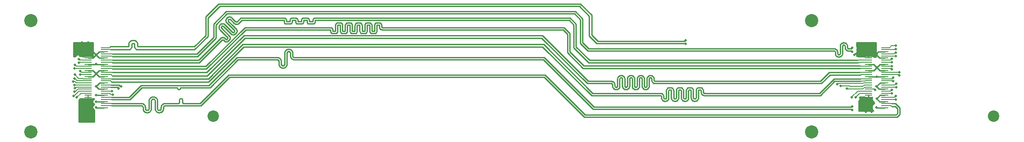
<source format=gbr>
G04 #@! TF.FileFunction,Copper,L1,Top,Signal*
%FSLAX46Y46*%
G04 Gerber Fmt 4.6, Leading zero omitted, Abs format (unit mm)*
G04 Created by KiCad (PCBNEW 0.201603021449+6606~42~ubuntu14.04.1-product) date Wed 02 Mar 2016 02:15:13 PM PST*
%MOMM*%
G01*
G04 APERTURE LIST*
%ADD10C,0.100000*%
%ADD11C,2.540000*%
%ADD12C,2.200000*%
%ADD13R,1.400000X0.200000*%
%ADD14C,0.508000*%
%ADD15C,0.254000*%
%ADD16C,0.177800*%
G04 APERTURE END LIST*
D10*
D11*
X164500000Y-196000000D03*
X164500000Y-174500000D03*
X14500000Y-174500000D03*
D12*
X49500000Y-192925000D03*
X199505000Y-192925000D03*
D13*
X178580000Y-179700000D03*
X175460000Y-180100000D03*
X175460000Y-180500000D03*
X175460000Y-180900000D03*
X175460000Y-181300000D03*
X175460000Y-181700000D03*
X175460000Y-182100000D03*
X175460000Y-182500000D03*
X175460000Y-182900000D03*
X175460000Y-183300000D03*
X175460000Y-183700000D03*
X175460000Y-184100000D03*
X175460000Y-184500000D03*
X175460000Y-184900000D03*
X175460000Y-185300000D03*
X175460000Y-185700000D03*
X175460000Y-186100000D03*
X175460000Y-186500000D03*
X175460000Y-186900000D03*
X175460000Y-187300000D03*
X175460000Y-187700000D03*
X175460000Y-188100000D03*
X175460000Y-188500000D03*
X175460000Y-188900000D03*
X175460000Y-189300000D03*
X175460000Y-189700000D03*
X175460000Y-190100000D03*
X175460000Y-190500000D03*
X175460000Y-190900000D03*
X175460000Y-191300000D03*
X175460000Y-179700000D03*
X178580000Y-180100000D03*
X178580000Y-180500000D03*
X178580000Y-180900000D03*
X178580000Y-181300000D03*
X178580000Y-181700000D03*
X178580000Y-182100000D03*
X178580000Y-182500000D03*
X178580000Y-182900000D03*
X178580000Y-183300000D03*
X178580000Y-183700000D03*
X178580000Y-184100000D03*
X178580000Y-184500000D03*
X178580000Y-184900000D03*
X178580000Y-185300000D03*
X178580000Y-185700000D03*
X178580000Y-186100000D03*
X178580000Y-186500000D03*
X178580000Y-186900000D03*
X178580000Y-187300000D03*
X178580000Y-187700000D03*
X178580000Y-188100000D03*
X178580000Y-188500000D03*
X178580000Y-188900000D03*
X178580000Y-189300000D03*
X178580000Y-189700000D03*
X178580000Y-190100000D03*
X178580000Y-190500000D03*
X178580000Y-190900000D03*
X178580000Y-191300000D03*
X28580000Y-179700000D03*
X25460000Y-180100000D03*
X25460000Y-180500000D03*
X25460000Y-180900000D03*
X25460000Y-181300000D03*
X25460000Y-181700000D03*
X25460000Y-182100000D03*
X25460000Y-182500000D03*
X25460000Y-182900000D03*
X25460000Y-183300000D03*
X25460000Y-183700000D03*
X25460000Y-184100000D03*
X25460000Y-184500000D03*
X25460000Y-184900000D03*
X25460000Y-185300000D03*
X25460000Y-185700000D03*
X25460000Y-186100000D03*
X25460000Y-186500000D03*
X25460000Y-186900000D03*
X25460000Y-187300000D03*
X25460000Y-187700000D03*
X25460000Y-188100000D03*
X25460000Y-188500000D03*
X25460000Y-188900000D03*
X25460000Y-189300000D03*
X25460000Y-189700000D03*
X25460000Y-190100000D03*
X25460000Y-190500000D03*
X25460000Y-190900000D03*
X25460000Y-191300000D03*
X25460000Y-179700000D03*
X28580000Y-180100000D03*
X28580000Y-180500000D03*
X28580000Y-180900000D03*
X28580000Y-181300000D03*
X28580000Y-181700000D03*
X28580000Y-182100000D03*
X28580000Y-182500000D03*
X28580000Y-182900000D03*
X28580000Y-183300000D03*
X28580000Y-183700000D03*
X28580000Y-184100000D03*
X28580000Y-184500000D03*
X28580000Y-184900000D03*
X28580000Y-185300000D03*
X28580000Y-185700000D03*
X28580000Y-186100000D03*
X28580000Y-186500000D03*
X28580000Y-186900000D03*
X28580000Y-187300000D03*
X28580000Y-187700000D03*
X28580000Y-188100000D03*
X28580000Y-188500000D03*
X28580000Y-188900000D03*
X28580000Y-189300000D03*
X28580000Y-189700000D03*
X28580000Y-190100000D03*
X28580000Y-190500000D03*
X28580000Y-190900000D03*
X28580000Y-191300000D03*
D11*
X14500000Y-196000000D03*
D14*
X140300000Y-178999090D03*
X180705564Y-179979902D03*
X172700000Y-181100000D03*
X173500000Y-181137491D03*
X177000000Y-185300000D03*
X177000000Y-183500000D03*
X177000000Y-180800000D03*
X176975000Y-187200000D03*
X177000000Y-189525000D03*
X176975000Y-191200000D03*
X24300000Y-178700000D03*
X23800000Y-179500000D03*
X27000000Y-184675000D03*
X26975000Y-182875000D03*
X27000000Y-181100000D03*
X27000000Y-187200000D03*
X27000000Y-191200000D03*
X27000000Y-190100000D03*
X27000000Y-188900000D03*
X25475000Y-178700000D03*
X22875000Y-179500000D03*
X23325000Y-180750000D03*
X169450000Y-186708410D03*
X22609375Y-186241728D03*
X170050000Y-187080380D03*
X22885259Y-186894448D03*
X171272325Y-187575690D03*
X22976604Y-187548502D03*
X176717516Y-187808138D03*
X22844781Y-188222828D03*
X172225000Y-189250690D03*
X22694573Y-189036204D03*
X172950000Y-189250690D03*
X23300000Y-189300000D03*
X174900000Y-192075000D03*
X176000000Y-192075000D03*
X174175000Y-191475000D03*
X173825000Y-189375000D03*
X173700000Y-190949310D03*
X24300000Y-192250000D03*
X26350000Y-192200000D03*
X25400000Y-192000000D03*
X23875000Y-190700000D03*
X23900000Y-191475000D03*
X140300000Y-178313290D03*
X180695893Y-179319571D03*
X180675000Y-180639597D03*
X172325000Y-179757100D03*
X180675000Y-181300000D03*
X172325000Y-180442900D03*
X179925000Y-181850000D03*
X23700000Y-181900000D03*
X179932677Y-182523006D03*
X23700000Y-182560403D03*
X179950000Y-183250000D03*
X22900000Y-183000000D03*
X179950000Y-183910403D03*
X22883120Y-183680682D03*
X181375000Y-184425000D03*
X23950000Y-184214390D03*
X181375000Y-185085403D03*
X23950000Y-184925000D03*
X180200000Y-185514597D03*
X22900000Y-184925000D03*
X180200000Y-186175000D03*
X22879965Y-185605438D03*
X31842466Y-187132534D03*
X180775000Y-186639597D03*
X31357534Y-187617466D03*
X180775000Y-187300000D03*
X30025000Y-188100000D03*
X179875000Y-187875000D03*
X30191699Y-188739016D03*
X179877390Y-188540029D03*
X180675000Y-189742900D03*
X172300000Y-191717900D03*
X172300000Y-191032100D03*
X180675000Y-189057100D03*
D15*
X34042718Y-178857282D02*
X34208000Y-178857282D01*
X35106146Y-180100000D02*
X45905328Y-180100000D01*
X33871359Y-179028641D02*
X33875655Y-178990511D01*
X34537921Y-179826358D02*
X34653001Y-179941438D01*
X33799384Y-179688554D02*
X33853136Y-179534939D01*
X121784100Y-173589428D02*
X121784100Y-177430570D01*
X33935877Y-178894668D02*
X33968368Y-178874252D01*
X45905328Y-180100000D02*
X48515900Y-177489428D01*
X123225619Y-178872089D02*
X140172999Y-178872089D01*
X33871359Y-179373213D02*
X33871359Y-179028641D01*
X34282349Y-178874252D02*
X34314840Y-178894668D01*
X34653001Y-179941438D02*
X34790805Y-180028026D01*
X33306297Y-180081778D02*
X33459912Y-180028026D01*
X34314840Y-178894668D02*
X34341973Y-178921801D01*
X34375062Y-178990511D02*
X34379359Y-179028641D01*
X33968368Y-178874252D02*
X34004587Y-178861579D01*
X34790805Y-180028026D02*
X34944420Y-180081778D01*
X34004587Y-178861579D02*
X34042718Y-178857282D01*
X33875655Y-178990511D02*
X33888328Y-178954292D01*
X33144571Y-180100000D02*
X33306297Y-180081778D01*
X34341973Y-178921801D02*
X34362389Y-178954292D01*
X33597716Y-179941438D02*
X33712796Y-179826358D01*
X29775000Y-180100000D02*
X33144571Y-180100000D01*
X33459912Y-180028026D02*
X33597716Y-179941438D01*
X33888328Y-178954292D02*
X33908744Y-178921801D01*
X33712796Y-179826358D02*
X33799384Y-179688554D01*
X33853136Y-179534939D02*
X33871359Y-179373213D01*
X33908744Y-178921801D02*
X33935877Y-178894668D01*
X34208000Y-178857282D02*
X34246130Y-178861579D01*
X34246130Y-178861579D02*
X34282349Y-178874252D01*
X34362389Y-178954292D02*
X34375062Y-178990511D01*
X34379359Y-179028641D02*
X34379359Y-179373213D01*
X34379359Y-179373213D02*
X34397581Y-179534939D01*
X34397581Y-179534939D02*
X34451333Y-179688554D01*
X34451333Y-179688554D02*
X34537921Y-179826358D01*
X34944420Y-180081778D02*
X35106146Y-180100000D01*
X48515900Y-177489428D02*
X48515900Y-173989428D01*
X48515900Y-173989428D02*
X50789428Y-171715900D01*
X50789428Y-171715900D02*
X119910572Y-171715900D01*
X119910572Y-171715900D02*
X121784100Y-173589428D01*
X121784100Y-177430570D02*
X123225619Y-178872089D01*
X140172999Y-178872089D02*
X140300000Y-178999090D01*
D16*
X29775000Y-180100000D02*
X28540000Y-180100000D01*
X178580000Y-180100000D02*
X180585466Y-180100000D01*
X180585466Y-180100000D02*
X180705564Y-179979902D01*
D15*
X175460000Y-180500000D02*
X173300000Y-180500000D01*
X173300000Y-180500000D02*
X172700000Y-181100000D01*
X175460000Y-181300000D02*
X173662509Y-181300000D01*
X173662509Y-181300000D02*
X173500000Y-181137491D01*
X178540000Y-180500000D02*
X177300000Y-180500000D01*
X177300000Y-180500000D02*
X177000000Y-180800000D01*
X178540000Y-181700000D02*
X177540790Y-181700000D01*
X177540790Y-181700000D02*
X177000000Y-181159210D01*
X177000000Y-181159210D02*
X177000000Y-180800000D01*
X176900000Y-180900000D02*
X177000000Y-180800000D01*
X178540000Y-182900000D02*
X177600000Y-182900000D01*
X177600000Y-182900000D02*
X177000000Y-183500000D01*
X175460000Y-182900000D02*
X176400000Y-182900000D01*
X176400000Y-182900000D02*
X177000000Y-183500000D01*
X178540000Y-184100000D02*
X177600000Y-184100000D01*
X177600000Y-184100000D02*
X177000000Y-183500000D01*
X175460000Y-184100000D02*
X176400000Y-184100000D01*
X176400000Y-184100000D02*
X177000000Y-183500000D01*
X178540000Y-185300000D02*
X177000000Y-185300000D01*
X175460000Y-185300000D02*
X177000000Y-185300000D01*
X178540000Y-186500000D02*
X177675000Y-186500000D01*
X178540000Y-187700000D02*
X177475000Y-187700000D01*
X177475000Y-187700000D02*
X176975000Y-187200000D01*
X177675000Y-186500000D02*
X176975000Y-187200000D01*
X178540000Y-191300000D02*
X177075000Y-191300000D01*
X177075000Y-191300000D02*
X176975000Y-191200000D01*
X178540000Y-190100000D02*
X177575000Y-190100000D01*
X177575000Y-190100000D02*
X177000000Y-189525000D01*
X178540000Y-188900000D02*
X177625000Y-188900000D01*
X177625000Y-188900000D02*
X177000000Y-189525000D01*
D16*
X178515000Y-191300000D02*
X177075000Y-191300000D01*
D15*
X175460000Y-180900000D02*
X176900000Y-180900000D01*
D16*
X175460000Y-181700000D02*
X175460000Y-181300000D01*
D15*
X25460000Y-180100000D02*
X25460000Y-179860000D01*
X25460000Y-179860000D02*
X24300000Y-178700000D01*
X28540000Y-185300000D02*
X27625000Y-185300000D01*
X27625000Y-185300000D02*
X27000000Y-184675000D01*
X25460000Y-185300000D02*
X26375000Y-185300000D01*
X26375000Y-185300000D02*
X27000000Y-184675000D01*
X28540000Y-184100000D02*
X27575000Y-184100000D01*
X27575000Y-184100000D02*
X27000000Y-184675000D01*
X25460000Y-184100000D02*
X26425000Y-184100000D01*
X26425000Y-184100000D02*
X27000000Y-184675000D01*
X28540000Y-182900000D02*
X27000000Y-182900000D01*
X27000000Y-182900000D02*
X26975000Y-182875000D01*
X25460000Y-182900000D02*
X26950000Y-182900000D01*
X26950000Y-182900000D02*
X26975000Y-182875000D01*
X28540000Y-181700000D02*
X27600000Y-181700000D01*
X27600000Y-181700000D02*
X27000000Y-181100000D01*
X25460000Y-181700000D02*
X26400000Y-181700000D01*
X26400000Y-181700000D02*
X27000000Y-181100000D01*
X28540000Y-180500000D02*
X27600000Y-180500000D01*
X27600000Y-180500000D02*
X27000000Y-181100000D01*
X25460000Y-180500000D02*
X26400000Y-180500000D01*
X26400000Y-180500000D02*
X27000000Y-181100000D01*
X25460000Y-180500000D02*
X24800000Y-180500000D01*
X24800000Y-180500000D02*
X23800000Y-179500000D01*
X28540000Y-186500000D02*
X27700000Y-186500000D01*
X28540000Y-187700000D02*
X27500000Y-187700000D01*
X27500000Y-187700000D02*
X27000000Y-187200000D01*
X27700000Y-186500000D02*
X27000000Y-187200000D01*
X28540000Y-191300000D02*
X27100000Y-191300000D01*
X27100000Y-191300000D02*
X27000000Y-191200000D01*
X28540000Y-190100000D02*
X27000000Y-190100000D01*
X28540000Y-188900000D02*
X27000000Y-188900000D01*
X25460000Y-179700000D02*
X25460000Y-178715000D01*
X25460000Y-178715000D02*
X25475000Y-178700000D01*
X25460000Y-180900000D02*
X24275000Y-180900000D01*
X24275000Y-180900000D02*
X22875000Y-179500000D01*
X25460000Y-181300000D02*
X23875000Y-181300000D01*
X23875000Y-181300000D02*
X23325000Y-180750000D01*
X52053369Y-178085007D02*
X52085468Y-178069548D01*
X63552332Y-174652332D02*
X63552846Y-174656900D01*
X52018635Y-178092934D02*
X52053369Y-178085007D01*
X121805328Y-182100000D02*
X173323937Y-182100000D01*
X54059869Y-174699232D02*
X54111115Y-174674553D01*
X51364508Y-175064740D02*
X51505576Y-175096938D01*
X52247530Y-177913127D02*
X52269743Y-177885272D01*
X52293129Y-177818439D02*
X52293129Y-177782812D01*
X63572864Y-174672864D02*
X64200000Y-174672864D01*
X65756811Y-174665133D02*
X65760062Y-174668384D01*
X63510125Y-174225375D02*
X63541646Y-174315457D01*
X68600000Y-174672864D02*
X68604568Y-174672349D01*
X67620974Y-173994785D02*
X67711056Y-174026306D01*
X52285201Y-177748078D02*
X52269743Y-177715979D01*
X64313514Y-174144566D02*
X64380998Y-174077082D01*
X51829701Y-177270295D02*
X51829705Y-177270296D01*
X67941646Y-174315457D02*
X67952332Y-174410294D01*
X69046726Y-173984100D02*
X118089428Y-173984100D01*
X51380165Y-177710959D02*
X51501713Y-177738702D01*
X64551889Y-173994785D02*
X64646726Y-173984100D01*
X66412801Y-174668384D02*
X66416052Y-174665133D01*
X66462738Y-174225375D02*
X66513514Y-174144566D01*
X66513514Y-174144566D02*
X66580998Y-174077082D01*
X52269743Y-177885272D02*
X52285201Y-177853173D01*
X65772864Y-174672864D02*
X66400000Y-174672864D01*
X52108279Y-173976904D02*
X52164322Y-173920862D01*
X65741646Y-174315457D02*
X65752332Y-174410294D01*
X52293129Y-177782812D02*
X52285201Y-177748078D01*
X51735657Y-177894672D02*
X51888320Y-178047335D01*
X53347711Y-176763860D02*
X53382445Y-176755932D01*
X50948377Y-175159719D02*
X51078742Y-175096939D01*
X53576606Y-176359050D02*
X52108280Y-174890726D01*
X53277350Y-176755932D02*
X53312084Y-176763860D01*
X66418498Y-174661240D02*
X66420017Y-174656900D01*
X63311056Y-174026306D02*
X63391865Y-174077082D01*
X64216052Y-174665133D02*
X64218498Y-174661240D01*
X64220017Y-174656900D02*
X64220532Y-174652332D01*
X66404568Y-174672349D02*
X66408908Y-174670830D01*
X53622205Y-176453738D02*
X53614277Y-176419004D01*
X66846726Y-173984100D02*
X67526137Y-173984100D01*
X63554365Y-174661240D02*
X63556811Y-174665133D01*
X67952332Y-174410294D02*
X67952332Y-174652332D01*
X50594010Y-175690541D02*
X50626208Y-175549472D01*
X51955283Y-174647230D02*
X51923086Y-174506161D01*
X51677041Y-177117632D02*
X50779206Y-176219800D01*
X53078144Y-173920863D02*
X53106166Y-173948882D01*
X52285201Y-177853173D02*
X52293129Y-177818439D01*
X52269743Y-177715979D02*
X52247530Y-177688124D01*
X68620532Y-174410294D02*
X68631217Y-174315457D01*
X52247530Y-177688124D02*
X51829701Y-177270295D01*
X67960062Y-174668384D02*
X67963955Y-174670830D01*
X52113323Y-178047335D02*
X52247530Y-177913127D01*
X64218498Y-174661240D02*
X64220017Y-174656900D01*
X51923086Y-174506161D02*
X51923084Y-174361467D01*
X50626208Y-175549472D02*
X50688989Y-175419106D01*
X52834650Y-173767864D02*
X52965017Y-173830645D01*
X53614277Y-176419004D02*
X53598819Y-176386905D01*
X54004418Y-174711888D02*
X54059869Y-174699232D01*
X65752332Y-174652332D02*
X65752846Y-174656900D01*
X53622205Y-176489365D02*
X53622205Y-176453738D01*
X51829705Y-177270296D02*
X51677041Y-177117632D01*
X46694672Y-182100000D02*
X50924143Y-177870528D01*
X51948274Y-178085007D02*
X51983008Y-178092934D01*
X52965017Y-173830645D02*
X53078144Y-173920863D01*
X66416052Y-174665133D02*
X66418498Y-174661240D01*
X68608908Y-174670830D02*
X68612801Y-174668384D01*
X64461807Y-174026306D02*
X64551889Y-173994785D01*
X50626209Y-175976304D02*
X50594012Y-175835235D01*
X51711514Y-177870528D02*
X51735657Y-177894672D01*
X64380998Y-174077082D02*
X64461807Y-174026306D01*
X65768295Y-174672349D02*
X65772864Y-174672864D01*
X68604568Y-174672349D02*
X68608908Y-174670830D01*
X51255492Y-177710959D02*
X51380165Y-177710959D01*
X30100000Y-182100000D02*
X46694672Y-182100000D01*
X50924143Y-177870528D02*
X51021617Y-177792796D01*
X51021617Y-177792796D02*
X51133944Y-177738702D01*
X51133944Y-177738702D02*
X51255492Y-177710959D01*
X51501713Y-177738702D02*
X51614040Y-177792796D01*
X68620017Y-174656900D02*
X68620532Y-174652332D01*
X53245250Y-176740474D02*
X53277350Y-176755932D01*
X51614040Y-177792796D02*
X51711514Y-177870528D01*
X51888320Y-178047335D02*
X51916175Y-178069548D01*
X64646726Y-173984100D02*
X65326137Y-173984100D01*
X51916175Y-178069548D02*
X51948274Y-178085007D01*
X51983008Y-178092934D02*
X52018635Y-178092934D01*
X52085468Y-178069548D02*
X52113323Y-178047335D01*
X50779206Y-176219800D02*
X50688990Y-176106672D01*
X50688990Y-176106672D02*
X50626209Y-175976304D01*
X50594012Y-175835235D02*
X50594010Y-175690541D01*
X50688989Y-175419106D02*
X50779205Y-175305978D01*
X50779205Y-175305978D02*
X50835248Y-175249936D01*
X50835248Y-175249936D02*
X50948377Y-175159719D01*
X54810572Y-173984100D02*
X63126137Y-173984100D01*
X51219812Y-175064740D02*
X51364508Y-175064740D01*
X51078742Y-175096939D02*
X51219812Y-175064740D01*
X51505576Y-175096938D02*
X51635943Y-175159719D01*
X51955282Y-174220398D02*
X52018063Y-174090032D01*
X51635943Y-175159719D02*
X51749070Y-175249937D01*
X51749070Y-175249937D02*
X51777092Y-175277956D01*
X51777092Y-175277956D02*
X53217396Y-176718261D01*
X53217396Y-176718261D02*
X53245250Y-176740474D01*
X53312084Y-176763860D02*
X53347711Y-176763860D01*
X53382445Y-176755932D02*
X53414544Y-176740474D01*
X66751889Y-173994785D02*
X66846726Y-173984100D01*
X53414544Y-176740474D02*
X53442399Y-176718261D01*
X53442399Y-176718261D02*
X53576606Y-176584053D01*
X53576606Y-176584053D02*
X53598819Y-176556198D01*
X53840843Y-174674553D02*
X53892087Y-174699232D01*
X53598819Y-176556198D02*
X53614277Y-176524099D01*
X53614277Y-176524099D02*
X53622205Y-176489365D01*
X53598819Y-176386905D02*
X53576606Y-176359050D01*
X52108280Y-174890726D02*
X52018064Y-174777598D01*
X67972864Y-174672864D02*
X68600000Y-174672864D01*
X52018064Y-174777598D02*
X51955283Y-174647230D01*
X51923084Y-174361467D02*
X51955282Y-174220398D01*
X52018063Y-174090032D02*
X52108279Y-173976904D01*
X52164322Y-173920862D02*
X52277451Y-173830645D01*
X52277451Y-173830645D02*
X52407816Y-173767865D01*
X52407816Y-173767865D02*
X52548886Y-173735666D01*
X64212801Y-174668384D02*
X64216052Y-174665133D01*
X52548886Y-173735666D02*
X52693582Y-173735666D01*
X65710125Y-174225375D02*
X65741646Y-174315457D01*
X52693582Y-173735666D02*
X52834650Y-173767864D01*
X53106166Y-173948882D02*
X53796374Y-174639090D01*
X53796374Y-174639090D02*
X53840843Y-174674553D01*
X53892087Y-174699232D02*
X53947540Y-174711888D01*
X53947540Y-174711888D02*
X54004418Y-174711888D01*
X54111115Y-174674553D02*
X54155584Y-174639090D01*
X54155584Y-174639090D02*
X54810572Y-173984100D01*
X63459349Y-174144566D02*
X63510125Y-174225375D01*
X63126137Y-173984100D02*
X63220974Y-173994785D01*
X63560062Y-174668384D02*
X63563955Y-174670830D01*
X63220974Y-173994785D02*
X63311056Y-174026306D01*
X63391865Y-174077082D02*
X63459349Y-174144566D01*
X63541646Y-174315457D02*
X63552332Y-174410294D01*
X63552332Y-174410294D02*
X63552332Y-174652332D01*
X63552846Y-174656900D02*
X63554365Y-174661240D01*
X63556811Y-174665133D02*
X63560062Y-174668384D01*
X66661807Y-174026306D02*
X66751889Y-173994785D01*
X63563955Y-174670830D02*
X63568295Y-174672349D01*
X63568295Y-174672349D02*
X63572864Y-174672864D01*
X64200000Y-174672864D02*
X64204568Y-174672349D01*
X64204568Y-174672349D02*
X64208908Y-174670830D01*
X64208908Y-174670830D02*
X64212801Y-174668384D01*
X64220532Y-174652332D02*
X64220532Y-174410294D01*
X66400000Y-174672864D02*
X66404568Y-174672349D01*
X64220532Y-174410294D02*
X64231217Y-174315457D01*
X64231217Y-174315457D02*
X64262738Y-174225375D01*
X64262738Y-174225375D02*
X64313514Y-174144566D01*
X65326137Y-173984100D02*
X65420974Y-173994785D01*
X65420974Y-173994785D02*
X65511056Y-174026306D01*
X65511056Y-174026306D02*
X65591865Y-174077082D01*
X65591865Y-174077082D02*
X65659349Y-174144566D01*
X65659349Y-174144566D02*
X65710125Y-174225375D01*
X65752332Y-174410294D02*
X65752332Y-174652332D01*
X119215900Y-175110572D02*
X119215900Y-179510572D01*
X65752846Y-174656900D02*
X65754365Y-174661240D01*
X65754365Y-174661240D02*
X65756811Y-174665133D01*
X65760062Y-174668384D02*
X65763955Y-174670830D01*
X65763955Y-174670830D02*
X65768295Y-174672349D01*
X66408908Y-174670830D02*
X66412801Y-174668384D01*
X66420017Y-174656900D02*
X66420532Y-174652332D01*
X66420532Y-174652332D02*
X66420532Y-174410294D01*
X66420532Y-174410294D02*
X66431217Y-174315457D01*
X66431217Y-174315457D02*
X66462738Y-174225375D01*
X66580998Y-174077082D02*
X66661807Y-174026306D01*
X67526137Y-173984100D02*
X67620974Y-173994785D01*
X67711056Y-174026306D02*
X67791865Y-174077082D01*
X67791865Y-174077082D02*
X67859349Y-174144566D01*
X67859349Y-174144566D02*
X67910125Y-174225375D01*
X67910125Y-174225375D02*
X67941646Y-174315457D01*
X67952332Y-174652332D02*
X67952846Y-174656900D01*
X67952846Y-174656900D02*
X67954365Y-174661240D01*
X67954365Y-174661240D02*
X67956811Y-174665133D01*
X67956811Y-174665133D02*
X67960062Y-174668384D01*
X67963955Y-174670830D02*
X67968295Y-174672349D01*
X67968295Y-174672349D02*
X67972864Y-174672864D01*
X68612801Y-174668384D02*
X68616052Y-174665133D01*
X68616052Y-174665133D02*
X68618498Y-174661240D01*
X68780998Y-174077082D02*
X68861807Y-174026306D01*
X68618498Y-174661240D02*
X68620017Y-174656900D01*
X68620532Y-174652332D02*
X68620532Y-174410294D01*
X68631217Y-174315457D02*
X68662738Y-174225375D01*
X68662738Y-174225375D02*
X68713514Y-174144566D01*
X118089428Y-173984100D02*
X119215900Y-175110572D01*
X68713514Y-174144566D02*
X68780998Y-174077082D01*
X68861807Y-174026306D02*
X68951889Y-173994785D01*
X68951889Y-173994785D02*
X69046726Y-173984100D01*
X119215900Y-179510572D02*
X121805328Y-182100000D01*
D16*
X173323937Y-182100000D02*
X175460000Y-182100000D01*
X29200000Y-182100000D02*
X30100000Y-182100000D01*
X28540000Y-182100000D02*
X29200000Y-182100000D01*
D15*
X30100000Y-182575000D02*
X46830328Y-182575000D01*
X64610125Y-174863388D02*
X64641646Y-174773306D01*
X63451889Y-175093978D02*
X63546726Y-175104664D01*
X51938485Y-178536375D02*
X52063159Y-178536375D01*
X64226137Y-175104664D02*
X64320974Y-175093978D01*
X52654734Y-177504414D02*
X52577001Y-177406940D01*
X46830328Y-182575000D02*
X51205327Y-178199999D01*
X53033686Y-177125464D02*
X53146013Y-177179558D01*
X65561807Y-175062457D02*
X65651889Y-175093978D01*
X69010125Y-174863388D02*
X69041646Y-174773306D01*
X52184706Y-178508632D02*
X52297033Y-178454538D01*
X52063159Y-178536375D02*
X52184706Y-178508632D01*
X52577001Y-177406940D02*
X51112555Y-175942493D01*
X53131835Y-175303628D02*
X52441629Y-174613419D01*
X51205327Y-178199999D02*
X51233182Y-178177786D01*
X63120532Y-174678469D02*
X63131217Y-174773306D01*
X52708828Y-177616741D02*
X52654734Y-177504414D01*
X65651889Y-175093978D02*
X65746726Y-175104664D01*
X64652846Y-174431863D02*
X64654365Y-174427523D01*
X51233182Y-178177786D02*
X51265281Y-178162328D01*
X52592796Y-174181412D02*
X52649674Y-174181412D01*
X51402475Y-178177786D02*
X51430330Y-178199999D01*
X53146013Y-177179558D02*
X53267560Y-177207300D01*
X51077092Y-175898024D02*
X51052413Y-175846779D01*
X64491865Y-175011681D02*
X64559349Y-174944197D01*
X64641646Y-174773306D02*
X64652332Y-174678469D01*
X51265281Y-178162328D02*
X51300015Y-178154400D01*
X53983809Y-176175340D02*
X53906076Y-176077866D01*
X51300015Y-178154400D02*
X51335642Y-178154400D01*
X51370376Y-178162328D02*
X51402475Y-178177786D01*
X53906076Y-176865237D02*
X53983809Y-176767763D01*
X52577001Y-178194311D02*
X52654734Y-178096837D01*
X63280998Y-175011681D02*
X63361807Y-175062457D01*
X68811056Y-175062457D02*
X68891865Y-175011681D01*
X66841646Y-174773306D02*
X66852332Y-174678469D01*
X52368831Y-174405375D02*
X52381487Y-174349923D01*
X65746726Y-175104664D02*
X66426137Y-175104664D01*
X69056811Y-174423630D02*
X69060062Y-174420379D01*
X51335642Y-178154400D02*
X51370376Y-178162328D01*
X51430330Y-178199999D02*
X51607137Y-178376806D01*
X51112555Y-175942493D02*
X51077092Y-175898024D01*
X65300000Y-174415900D02*
X65304568Y-174416414D01*
X51607137Y-178376806D02*
X51704610Y-178454538D01*
X51427297Y-175547821D02*
X51471765Y-175583284D01*
X67851889Y-175093978D02*
X67946726Y-175104664D01*
X52649674Y-174181412D02*
X52705126Y-174194068D01*
X54065645Y-176409215D02*
X54037903Y-176287667D01*
X51471765Y-175583284D02*
X52936212Y-177047731D01*
X52736570Y-177862962D02*
X52736570Y-177738289D01*
X52297033Y-178454538D02*
X52394507Y-178376806D01*
X51704610Y-178454538D02*
X51816937Y-178508632D01*
X51816937Y-178508632D02*
X51938485Y-178536375D01*
X64652332Y-174678469D02*
X64652332Y-174436432D01*
X52394507Y-178376806D02*
X52577001Y-178194311D01*
X51263722Y-175510486D02*
X51320600Y-175510486D01*
X52708828Y-177984510D02*
X52736570Y-177862962D01*
X52654734Y-178096837D02*
X52708828Y-177984510D01*
X69052846Y-174431863D02*
X69054365Y-174427523D01*
X54037903Y-176287667D02*
X53983809Y-176175340D01*
X52736570Y-177738289D02*
X52708828Y-177616741D01*
X65304568Y-174416414D02*
X65308908Y-174417933D01*
X51052413Y-175846779D02*
X51039757Y-175791327D01*
X67520017Y-174431863D02*
X67520532Y-174436432D01*
X53267560Y-177207300D02*
X53392234Y-177207300D01*
X66854365Y-174427523D02*
X66856811Y-174423630D01*
X51039757Y-175791327D02*
X51039757Y-175734449D01*
X65320532Y-174678469D02*
X65331217Y-174773306D01*
X53626109Y-177125464D02*
X53723582Y-177047731D01*
X51052413Y-175678997D02*
X51077092Y-175627752D01*
X51077092Y-175627752D02*
X51112555Y-175583283D01*
X51208270Y-175523142D02*
X51263722Y-175510486D01*
X51039757Y-175734449D02*
X51052413Y-175678997D01*
X51112555Y-175583283D02*
X51157023Y-175547822D01*
X54065645Y-176533888D02*
X54065645Y-176409215D01*
X53519068Y-174972439D02*
X53632197Y-175062655D01*
X51157023Y-175547822D02*
X51208270Y-175523142D01*
X51320600Y-175510486D02*
X51376052Y-175523142D01*
X68959349Y-174944197D02*
X69010125Y-174863388D01*
X69052332Y-174678469D02*
X69052332Y-174436432D01*
X51376052Y-175523142D02*
X51427297Y-175547821D01*
X52936212Y-177047731D02*
X53033686Y-177125464D01*
X53392234Y-177207300D02*
X53513782Y-177179558D01*
X65308908Y-174417933D02*
X65312801Y-174420379D01*
X53513782Y-177179558D02*
X53626109Y-177125464D01*
X53723582Y-177047731D02*
X53747726Y-177023588D01*
X53747726Y-177023588D02*
X53906076Y-176865237D01*
X54189396Y-175125437D02*
X54319763Y-175062656D01*
X53983809Y-176767763D02*
X54037903Y-176655436D01*
X69072864Y-174415900D02*
X117910572Y-174415900D01*
X65318498Y-174427523D02*
X65320017Y-174431863D01*
X54037903Y-176655436D02*
X54065645Y-176533888D01*
X53906076Y-176077866D02*
X53464104Y-175635894D01*
X53464104Y-175635894D02*
X53464104Y-175635897D01*
X53632197Y-175062655D02*
X53762564Y-175125436D01*
X64320974Y-175093978D02*
X64411056Y-175062457D01*
X52441629Y-174613419D02*
X52406166Y-174568950D01*
X53464104Y-175635897D02*
X53131835Y-175303628D01*
X52406166Y-174568950D02*
X52381487Y-174517705D01*
X52381487Y-174517705D02*
X52368831Y-174462253D01*
X52368831Y-174462253D02*
X52368831Y-174405375D01*
X66426137Y-175104664D02*
X66520974Y-175093978D01*
X64663955Y-174417933D02*
X64668295Y-174416414D01*
X52381487Y-174349923D02*
X52406166Y-174298678D01*
X52406166Y-174298678D02*
X52441629Y-174254209D01*
X54319763Y-175062656D02*
X54432892Y-174972438D01*
X65331217Y-174773306D02*
X65362738Y-174863388D01*
X52441629Y-174254209D02*
X52486097Y-174218748D01*
X63100000Y-174415900D02*
X63104568Y-174416414D01*
X52486097Y-174218748D02*
X52537344Y-174194068D01*
X52537344Y-174194068D02*
X52592796Y-174181412D01*
X52705126Y-174194068D02*
X52756371Y-174218747D01*
X52800839Y-174254210D02*
X53519068Y-174972439D01*
X52756371Y-174218747D02*
X52800839Y-174254210D01*
X66868295Y-174416414D02*
X66872864Y-174415900D01*
X66611056Y-175062457D02*
X66691865Y-175011681D01*
X53762564Y-175125436D02*
X53903632Y-175157634D01*
X53903632Y-175157634D02*
X54048328Y-175157635D01*
X64559349Y-174944197D02*
X64610125Y-174863388D01*
X121669672Y-182575000D02*
X173354585Y-182575000D01*
X54048328Y-175157635D02*
X54189396Y-175125437D01*
X63104568Y-174416414D02*
X63108908Y-174417933D01*
X54432892Y-174972438D02*
X54989428Y-174415900D01*
X54989428Y-174415900D02*
X63100000Y-174415900D01*
X63361807Y-175062457D02*
X63451889Y-175093978D01*
X63108908Y-174417933D02*
X63112801Y-174420379D01*
X63112801Y-174420379D02*
X63116052Y-174423630D01*
X63116052Y-174423630D02*
X63118498Y-174427523D01*
X63118498Y-174427523D02*
X63120017Y-174431863D01*
X63120017Y-174431863D02*
X63120532Y-174436432D01*
X63120532Y-174436432D02*
X63120532Y-174678469D01*
X63131217Y-174773306D02*
X63162738Y-174863388D01*
X63162738Y-174863388D02*
X63213514Y-174944197D01*
X63213514Y-174944197D02*
X63280998Y-175011681D01*
X68720974Y-175093978D02*
X68811056Y-175062457D01*
X64652332Y-174436432D02*
X64652846Y-174431863D01*
X63546726Y-175104664D02*
X64226137Y-175104664D01*
X64411056Y-175062457D02*
X64491865Y-175011681D01*
X64654365Y-174427523D02*
X64656811Y-174423630D01*
X66520974Y-175093978D02*
X66611056Y-175062457D01*
X64656811Y-174423630D02*
X64660062Y-174420379D01*
X64660062Y-174420379D02*
X64663955Y-174417933D01*
X64668295Y-174416414D02*
X64672864Y-174415900D01*
X64672864Y-174415900D02*
X65300000Y-174415900D01*
X65312801Y-174420379D02*
X65316052Y-174423630D01*
X65316052Y-174423630D02*
X65318498Y-174427523D01*
X65320017Y-174431863D02*
X65320532Y-174436432D01*
X65320532Y-174436432D02*
X65320532Y-174678469D01*
X65362738Y-174863388D02*
X65413514Y-174944197D01*
X65413514Y-174944197D02*
X65480998Y-175011681D01*
X65480998Y-175011681D02*
X65561807Y-175062457D01*
X66691865Y-175011681D02*
X66759349Y-174944197D01*
X66759349Y-174944197D02*
X66810125Y-174863388D01*
X66810125Y-174863388D02*
X66841646Y-174773306D01*
X66852332Y-174678469D02*
X66852332Y-174436432D01*
X66852332Y-174436432D02*
X66852846Y-174431863D01*
X66852846Y-174431863D02*
X66854365Y-174427523D01*
X66856811Y-174423630D02*
X66860062Y-174420379D01*
X66860062Y-174420379D02*
X66863955Y-174417933D01*
X118784100Y-175289428D02*
X118784100Y-179689428D01*
X66872864Y-174415900D02*
X67500000Y-174415900D01*
X66863955Y-174417933D02*
X66868295Y-174416414D01*
X67613514Y-174944197D02*
X67680998Y-175011681D01*
X67500000Y-174415900D02*
X67504568Y-174416414D01*
X67504568Y-174416414D02*
X67508908Y-174417933D01*
X67508908Y-174417933D02*
X67512801Y-174420379D01*
X67512801Y-174420379D02*
X67516052Y-174423630D01*
X67516052Y-174423630D02*
X67518498Y-174427523D01*
X67518498Y-174427523D02*
X67520017Y-174431863D01*
X67520532Y-174436432D02*
X67520532Y-174678469D01*
X67520532Y-174678469D02*
X67531217Y-174773306D01*
X67531217Y-174773306D02*
X67562738Y-174863388D01*
X67562738Y-174863388D02*
X67613514Y-174944197D01*
X67680998Y-175011681D02*
X67761807Y-175062457D01*
X67761807Y-175062457D02*
X67851889Y-175093978D01*
X67946726Y-175104664D02*
X68626137Y-175104664D01*
X69063955Y-174417933D02*
X69068295Y-174416414D01*
X68626137Y-175104664D02*
X68720974Y-175093978D01*
X68891865Y-175011681D02*
X68959349Y-174944197D01*
X69041646Y-174773306D02*
X69052332Y-174678469D01*
X69052332Y-174436432D02*
X69052846Y-174431863D01*
X69054365Y-174427523D02*
X69056811Y-174423630D01*
X69060062Y-174420379D02*
X69063955Y-174417933D01*
X69068295Y-174416414D02*
X69072864Y-174415900D01*
X117910572Y-174415900D02*
X118784100Y-175289428D01*
X118784100Y-179689428D02*
X121669672Y-182575000D01*
D16*
X173354585Y-182575000D02*
X173877438Y-182575000D01*
X173877438Y-182575000D02*
X173952438Y-182500000D01*
X175460000Y-182500000D02*
X173952438Y-182500000D01*
X30025000Y-182500000D02*
X30100000Y-182575000D01*
X28540000Y-182500000D02*
X30025000Y-182500000D01*
D15*
X72973900Y-175401401D02*
X72987268Y-175282753D01*
X79997138Y-176492560D02*
X80003604Y-176496623D01*
X72973045Y-176473487D02*
X72973900Y-176465900D01*
X76251612Y-176499145D02*
X76259200Y-176500000D01*
X74850123Y-176480695D02*
X74852645Y-176473487D01*
X80465787Y-176499145D02*
X80472995Y-176496623D01*
X74379600Y-176500000D02*
X74819400Y-176500000D01*
X75691899Y-174868200D02*
X75810547Y-174881569D01*
X73174655Y-174984528D02*
X73275753Y-174921004D01*
X79867972Y-175068956D02*
X79931496Y-175170054D01*
X81863900Y-175650000D02*
X81867262Y-175679841D01*
X72300620Y-175879871D02*
X72370128Y-175949379D01*
X76024344Y-174984528D02*
X76108772Y-175068956D01*
X73388452Y-174881569D02*
X73507100Y-174868200D01*
X118015900Y-176910572D02*
X118015900Y-180510572D01*
X73507100Y-174868200D02*
X73812299Y-174868200D01*
X116889428Y-175784100D02*
X118015900Y-176910572D01*
X78612700Y-175401401D02*
X78626068Y-175282753D01*
X81025500Y-174868200D02*
X81330699Y-174868200D01*
X72500000Y-176500000D02*
X72939800Y-176500000D01*
X74043646Y-174921004D02*
X74144744Y-174984528D01*
X79027252Y-174881569D02*
X79145900Y-174868200D01*
X76211731Y-175282753D02*
X76225100Y-175401401D01*
X72217386Y-175827572D02*
X72300620Y-175879871D01*
X79931496Y-175170054D02*
X79970931Y-175282753D01*
X72485204Y-176496623D02*
X72492412Y-176499145D01*
X72454893Y-176125396D02*
X72465900Y-176223078D01*
X76237938Y-176492560D02*
X76244404Y-176496623D01*
X80018400Y-176500000D02*
X80458200Y-176500000D01*
X76933855Y-174984528D02*
X77034953Y-174921004D01*
X78612700Y-176465900D02*
X78612700Y-175401401D01*
X74372012Y-176499145D02*
X74379600Y-176500000D01*
X74332131Y-175282753D02*
X74345500Y-175401401D01*
X79783544Y-174984528D02*
X79867972Y-175068956D01*
X80492300Y-175401401D02*
X80505668Y-175282753D01*
X72987268Y-175282753D02*
X73026703Y-175170054D01*
X72466754Y-176473487D02*
X72469276Y-176480695D01*
X79451099Y-174868200D02*
X79569747Y-174881569D01*
X75054255Y-174984528D02*
X75155353Y-174921004D01*
X76225954Y-176473487D02*
X76228476Y-176480695D01*
X81811096Y-175170054D02*
X81850531Y-175282753D01*
X78914553Y-174921004D02*
X79027252Y-174881569D01*
X78124004Y-176496623D02*
X78131212Y-176499145D01*
X74348876Y-176480695D02*
X74352939Y-176487161D01*
X73275753Y-174921004D02*
X73388452Y-174881569D01*
X72478738Y-176492560D02*
X72485204Y-176496623D01*
X72124603Y-175795106D02*
X72217386Y-175827572D01*
X76732245Y-176473487D02*
X76733100Y-176465900D01*
X76259200Y-176500000D02*
X76699000Y-176500000D01*
X74866868Y-175282753D02*
X74906303Y-175170054D01*
X72973900Y-176465900D02*
X72973900Y-175401401D01*
X81998000Y-175784100D02*
X116889428Y-175784100D01*
X73026703Y-175170054D02*
X73090227Y-175068956D01*
X78091331Y-175282753D02*
X78104700Y-175401401D01*
X74846060Y-176487161D02*
X74850123Y-176480695D01*
X80479461Y-176492560D02*
X80484860Y-176487161D01*
X76232539Y-176487161D02*
X76237938Y-176492560D01*
X76172296Y-175170054D02*
X76211731Y-175282753D01*
X30100000Y-183300000D02*
X48094672Y-183300000D01*
X48094672Y-183300000D02*
X55610572Y-175784100D01*
X55610572Y-175784100D02*
X72026921Y-175784100D01*
X72026921Y-175784100D02*
X72124603Y-175795106D01*
X72947387Y-176499145D02*
X72954595Y-176496623D01*
X72370128Y-175949379D02*
X72422427Y-176032613D01*
X72422427Y-176032613D02*
X72454893Y-176125396D01*
X72966460Y-176487161D02*
X72970523Y-176480695D01*
X72465900Y-176223078D02*
X72465900Y-176465900D01*
X72465900Y-176465900D02*
X72466754Y-176473487D01*
X72469276Y-176480695D02*
X72473339Y-176487161D01*
X76733100Y-175401401D02*
X76746468Y-175282753D01*
X72473339Y-176487161D02*
X72478738Y-176492560D01*
X72492412Y-176499145D02*
X72500000Y-176500000D01*
X78609323Y-176480695D02*
X78611845Y-176473487D01*
X72939800Y-176500000D02*
X72947387Y-176499145D01*
X72954595Y-176496623D02*
X72961061Y-176492560D01*
X72961061Y-176492560D02*
X72966460Y-176487161D01*
X72970523Y-176480695D02*
X72973045Y-176473487D01*
X78729027Y-175068956D02*
X78813455Y-174984528D01*
X73090227Y-175068956D02*
X73174655Y-174984528D01*
X81893156Y-175733610D02*
X81914390Y-175754844D01*
X74229172Y-175068956D02*
X74292696Y-175170054D01*
X75155353Y-174921004D02*
X75268052Y-174881569D01*
X73812299Y-174868200D02*
X73930947Y-174881569D01*
X78104700Y-176465900D02*
X78105554Y-176473487D01*
X73930947Y-174881569D02*
X74043646Y-174921004D01*
X74144744Y-174984528D02*
X74229172Y-175068956D01*
X74292696Y-175170054D02*
X74332131Y-175282753D01*
X74345500Y-175401401D02*
X74345500Y-176465900D01*
X74345500Y-176465900D02*
X74346354Y-176473487D01*
X74346354Y-176473487D02*
X74348876Y-176480695D01*
X74352939Y-176487161D02*
X74358338Y-176492560D01*
X74358338Y-176492560D02*
X74364804Y-176496623D01*
X74364804Y-176496623D02*
X74372012Y-176499145D01*
X74819400Y-176500000D02*
X74826987Y-176499145D01*
X74826987Y-176499145D02*
X74834195Y-176496623D01*
X74834195Y-176496623D02*
X74840661Y-176492560D01*
X74840661Y-176492560D02*
X74846060Y-176487161D01*
X74852645Y-176473487D02*
X74853500Y-176465900D01*
X74853500Y-176465900D02*
X74853500Y-175401401D01*
X74853500Y-175401401D02*
X74866868Y-175282753D01*
X74906303Y-175170054D02*
X74969827Y-175068956D01*
X74969827Y-175068956D02*
X75054255Y-174984528D01*
X75268052Y-174881569D02*
X75386700Y-174868200D01*
X75386700Y-174868200D02*
X75691899Y-174868200D01*
X75923246Y-174921004D02*
X76024344Y-174984528D01*
X75810547Y-174881569D02*
X75923246Y-174921004D01*
X76108772Y-175068956D02*
X76172296Y-175170054D01*
X76225100Y-175401401D02*
X76225100Y-176465900D01*
X76225100Y-176465900D02*
X76225954Y-176473487D01*
X80484860Y-176487161D02*
X80488923Y-176480695D01*
X76228476Y-176480695D02*
X76232539Y-176487161D01*
X76244404Y-176496623D02*
X76251612Y-176499145D01*
X76746468Y-175282753D02*
X76785903Y-175170054D01*
X76699000Y-176500000D02*
X76706587Y-176499145D01*
X76706587Y-176499145D02*
X76713795Y-176496623D01*
X80488923Y-176480695D02*
X80491445Y-176473487D01*
X76713795Y-176496623D02*
X76720261Y-176492560D01*
X76720261Y-176492560D02*
X76725660Y-176487161D01*
X76725660Y-176487161D02*
X76729723Y-176480695D01*
X78131212Y-176499145D02*
X78138800Y-176500000D01*
X76729723Y-176480695D02*
X76732245Y-176473487D01*
X76733100Y-176465900D02*
X76733100Y-175401401D01*
X76785903Y-175170054D02*
X76849427Y-175068956D01*
X79987676Y-176480695D02*
X79991739Y-176487161D01*
X76849427Y-175068956D02*
X76933855Y-174984528D01*
X77034953Y-174921004D02*
X77147652Y-174881569D01*
X77147652Y-174881569D02*
X77266300Y-174868200D01*
X77266300Y-174868200D02*
X77571499Y-174868200D01*
X77571499Y-174868200D02*
X77690147Y-174881569D01*
X81850531Y-175282753D02*
X81863900Y-175401401D01*
X77690147Y-174881569D02*
X77802846Y-174921004D01*
X77802846Y-174921004D02*
X77903944Y-174984528D01*
X77903944Y-174984528D02*
X77988372Y-175068956D01*
X77988372Y-175068956D02*
X78051896Y-175170054D01*
X78051896Y-175170054D02*
X78091331Y-175282753D01*
X78104700Y-175401401D02*
X78104700Y-176465900D01*
X78105554Y-176473487D02*
X78108076Y-176480695D01*
X78108076Y-176480695D02*
X78112139Y-176487161D01*
X78112139Y-176487161D02*
X78117538Y-176492560D01*
X78117538Y-176492560D02*
X78124004Y-176496623D01*
X78138800Y-176500000D02*
X78578600Y-176500000D01*
X78578600Y-176500000D02*
X78586187Y-176499145D01*
X78586187Y-176499145D02*
X78593395Y-176496623D01*
X78593395Y-176496623D02*
X78599861Y-176492560D01*
X79145900Y-174868200D02*
X79451099Y-174868200D01*
X78599861Y-176492560D02*
X78605260Y-176487161D01*
X78605260Y-176487161D02*
X78609323Y-176480695D01*
X78611845Y-176473487D02*
X78612700Y-176465900D01*
X78626068Y-175282753D02*
X78665503Y-175170054D01*
X78665503Y-175170054D02*
X78729027Y-175068956D01*
X78813455Y-174984528D02*
X78914553Y-174921004D01*
X79569747Y-174881569D02*
X79682446Y-174921004D01*
X79682446Y-174921004D02*
X79783544Y-174984528D01*
X79970931Y-175282753D02*
X79984300Y-175401401D01*
X79984300Y-175401401D02*
X79984300Y-176465900D01*
X79984300Y-176465900D02*
X79985154Y-176473487D01*
X79985154Y-176473487D02*
X79987676Y-176480695D01*
X79991739Y-176487161D02*
X79997138Y-176492560D01*
X80003604Y-176496623D02*
X80010812Y-176499145D01*
X80010812Y-176499145D02*
X80018400Y-176500000D01*
X80458200Y-176500000D02*
X80465787Y-176499145D01*
X80472995Y-176496623D02*
X80479461Y-176492560D01*
X80545103Y-175170054D02*
X80608627Y-175068956D01*
X80491445Y-176473487D02*
X80492300Y-176465900D01*
X80492300Y-176465900D02*
X80492300Y-175401401D01*
X80505668Y-175282753D02*
X80545103Y-175170054D01*
X80608627Y-175068956D02*
X80693055Y-174984528D01*
X80693055Y-174984528D02*
X80794153Y-174921004D01*
X80794153Y-174921004D02*
X80906852Y-174881569D01*
X80906852Y-174881569D02*
X81025500Y-174868200D01*
X81330699Y-174868200D02*
X81449347Y-174881569D01*
X81449347Y-174881569D02*
X81562046Y-174921004D01*
X81562046Y-174921004D02*
X81663144Y-174984528D01*
X81663144Y-174984528D02*
X81747572Y-175068956D01*
X81747572Y-175068956D02*
X81811096Y-175170054D01*
X81863900Y-175401401D02*
X81863900Y-175650000D01*
X81867262Y-175679841D02*
X81877180Y-175708184D01*
X81877180Y-175708184D02*
X81893156Y-175733610D01*
X81914390Y-175754844D02*
X81939816Y-175770820D01*
X81939816Y-175770820D02*
X81968159Y-175780738D01*
X81968159Y-175780738D02*
X81998000Y-175784100D01*
X118015900Y-180510572D02*
X120730328Y-183225000D01*
X120730328Y-183225000D02*
X173840900Y-183225000D01*
D16*
X29900000Y-183300000D02*
X30100000Y-183300000D01*
X175460000Y-183300000D02*
X173915900Y-183300000D01*
X173915900Y-183300000D02*
X173840900Y-183225000D01*
X28540000Y-183300000D02*
X29900000Y-183300000D01*
D15*
X30100000Y-183800000D02*
X48205328Y-183800000D01*
X72282613Y-176888327D02*
X72375396Y-176920793D01*
X79418400Y-175300000D02*
X79448240Y-175303363D01*
X73884443Y-175350491D02*
X73900419Y-175375917D01*
X48205328Y-183800000D02*
X55789428Y-176215900D01*
X55789428Y-176215900D02*
X72000000Y-176215900D01*
X78703203Y-176920793D02*
X78795986Y-176888327D01*
X75804306Y-176590503D02*
X75836772Y-176683286D01*
X73064403Y-176920793D02*
X73157186Y-176888327D01*
X72375396Y-176920793D02*
X72473078Y-176931800D01*
X79549137Y-175404260D02*
X79552500Y-175434100D01*
X72000000Y-176215900D02*
X72007587Y-176216754D01*
X75036786Y-176888327D02*
X75120020Y-176836028D01*
X81548427Y-176015145D02*
X81632855Y-176099573D01*
X77838179Y-176836028D02*
X77921413Y-176888327D01*
X72034100Y-176492821D02*
X72045106Y-176590503D01*
X77538800Y-175300000D02*
X77568640Y-175303363D01*
X77568640Y-175303363D02*
X77596983Y-175313281D01*
X80880627Y-176683286D02*
X80913093Y-176590503D01*
X72007587Y-176216754D02*
X72014795Y-176219276D01*
X73405700Y-176492821D02*
X73405700Y-175434100D01*
X79148759Y-175303363D02*
X79178600Y-175300000D01*
X72129871Y-176766520D02*
X72199379Y-176836028D01*
X73779600Y-175300000D02*
X73809440Y-175303363D01*
X80924100Y-176492821D02*
X80924100Y-175434100D01*
X77299000Y-175300000D02*
X77538800Y-175300000D01*
X77215390Y-175329257D02*
X77240816Y-175313281D01*
X73409062Y-175404260D02*
X73418980Y-175375917D01*
X77240816Y-175313281D02*
X77269159Y-175303363D01*
X73913700Y-176492821D02*
X73924706Y-176590503D01*
X79044500Y-176492821D02*
X79044500Y-175434100D01*
X72014795Y-176219276D02*
X72021261Y-176223339D01*
X81632855Y-176099573D02*
X81733953Y-176163097D01*
X77194156Y-175350491D02*
X77215390Y-175329257D01*
X79057780Y-175375917D02*
X79073756Y-175350491D01*
X79801013Y-176888327D02*
X79893796Y-176920793D01*
X73157186Y-176888327D02*
X73240420Y-176836028D01*
X73913700Y-175434100D02*
X73913700Y-176492821D01*
X72199379Y-176836028D02*
X72282613Y-176888327D01*
X73539800Y-175300000D02*
X73779600Y-175300000D01*
X72021261Y-176223339D02*
X72026660Y-176228738D01*
X75285300Y-176492821D02*
X75285300Y-175434100D01*
X72026660Y-176228738D02*
X72030723Y-176235204D01*
X72030723Y-176235204D02*
X72033245Y-176242412D01*
X72033245Y-176242412D02*
X72034100Y-176250000D01*
X75285300Y-175434100D02*
X75288662Y-175404260D01*
X73924706Y-176590503D02*
X73957172Y-176683286D01*
X72034100Y-176250000D02*
X72034100Y-176492821D01*
X72077572Y-176683286D02*
X72129871Y-176766520D01*
X73509959Y-175303363D02*
X73539800Y-175300000D01*
X76823603Y-176920793D02*
X76916386Y-176888327D01*
X79094990Y-175329257D02*
X79120416Y-175313281D01*
X72045106Y-176590503D02*
X72077572Y-176683286D01*
X74846321Y-176931800D02*
X74944003Y-176920793D01*
X72473078Y-176931800D02*
X72966721Y-176931800D01*
X72966721Y-176931800D02*
X73064403Y-176920793D01*
X76134596Y-176920793D02*
X76232278Y-176931800D01*
X80974590Y-175329257D02*
X81000016Y-175313281D01*
X74944003Y-176920793D02*
X75036786Y-176888327D01*
X74009471Y-176766520D02*
X74078979Y-176836028D01*
X77178180Y-175375917D02*
X77194156Y-175350491D01*
X73240420Y-176836028D02*
X73309928Y-176766520D01*
X80828328Y-176766520D02*
X80880627Y-176683286D01*
X73309928Y-176766520D02*
X73362227Y-176683286D01*
X73809440Y-175303363D02*
X73837783Y-175313281D01*
X74162213Y-176888327D02*
X74254996Y-176920793D01*
X76232278Y-176931800D02*
X76725921Y-176931800D01*
X73362227Y-176683286D02*
X73394693Y-176590503D01*
X77716372Y-176683286D02*
X77768671Y-176766520D01*
X73394693Y-176590503D02*
X73405700Y-176492821D01*
X73405700Y-175434100D02*
X73409062Y-175404260D01*
X80924100Y-175434100D02*
X80927462Y-175404260D01*
X77622409Y-175329257D02*
X77643643Y-175350491D01*
X79001027Y-176683286D02*
X79033493Y-176590503D01*
X73418980Y-175375917D02*
X73434956Y-175350491D01*
X73434956Y-175350491D02*
X73456190Y-175329257D01*
X73456190Y-175329257D02*
X73481616Y-175313281D01*
X73481616Y-175313281D02*
X73509959Y-175303363D01*
X73837783Y-175313281D02*
X73863209Y-175329257D01*
X81428737Y-175404260D02*
X81432100Y-175434100D01*
X77672900Y-175434100D02*
X77672900Y-176492821D01*
X73863209Y-175329257D02*
X73884443Y-175350491D01*
X75958579Y-176836028D02*
X76041813Y-176888327D01*
X73900419Y-175375917D02*
X73910337Y-175404260D01*
X77168262Y-175404260D02*
X77178180Y-175375917D01*
X73910337Y-175404260D02*
X73913700Y-175434100D01*
X75335790Y-175329257D02*
X75361216Y-175313281D01*
X73957172Y-176683286D02*
X74009471Y-176766520D01*
X79044500Y-175434100D02*
X79047862Y-175404260D01*
X74078979Y-176836028D02*
X74162213Y-176888327D01*
X74254996Y-176920793D02*
X74352678Y-176931800D01*
X78879220Y-176836028D02*
X78948728Y-176766520D01*
X76916386Y-176888327D02*
X76999620Y-176836028D01*
X74352678Y-176931800D02*
X74846321Y-176931800D01*
X75120020Y-176836028D02*
X75189528Y-176766520D01*
X75793300Y-175434100D02*
X75793300Y-176492821D01*
X79120416Y-175313281D02*
X79148759Y-175303363D01*
X75717383Y-175313281D02*
X75742809Y-175329257D01*
X75189528Y-176766520D02*
X75241827Y-176683286D01*
X81058200Y-175300000D02*
X81298000Y-175300000D01*
X75241827Y-176683286D02*
X75274293Y-176590503D01*
X79476583Y-175313281D02*
X79502009Y-175329257D01*
X75274293Y-176590503D02*
X75285300Y-176492821D01*
X75288662Y-175404260D02*
X75298580Y-175375917D01*
X77153893Y-176590503D02*
X77164900Y-176492821D01*
X81432100Y-175434100D02*
X81432100Y-175682700D01*
X75298580Y-175375917D02*
X75314556Y-175350491D01*
X75314556Y-175350491D02*
X75335790Y-175329257D01*
X75361216Y-175313281D02*
X75389559Y-175303363D01*
X75389559Y-175303363D02*
X75419400Y-175300000D01*
X75789937Y-175404260D02*
X75793300Y-175434100D01*
X77669537Y-175404260D02*
X77672900Y-175434100D01*
X75419400Y-175300000D02*
X75659200Y-175300000D01*
X75780019Y-175375917D02*
X75789937Y-175404260D01*
X75659200Y-175300000D02*
X75689040Y-175303363D01*
X75689040Y-175303363D02*
X75717383Y-175313281D01*
X80913093Y-176590503D02*
X80924100Y-176492821D01*
X81028359Y-175303363D02*
X81058200Y-175300000D01*
X79717779Y-176836028D02*
X79801013Y-176888327D01*
X78111878Y-176931800D02*
X78605521Y-176931800D01*
X75742809Y-175329257D02*
X75764043Y-175350491D01*
X75764043Y-175350491D02*
X75780019Y-175375917D01*
X77921413Y-176888327D02*
X78014196Y-176920793D01*
X79047862Y-175404260D02*
X79057780Y-175375917D01*
X75793300Y-176492821D02*
X75804306Y-176590503D01*
X77683906Y-176590503D02*
X77716372Y-176683286D01*
X75836772Y-176683286D02*
X75889071Y-176766520D01*
X79991478Y-176931800D02*
X80485121Y-176931800D01*
X75889071Y-176766520D02*
X75958579Y-176836028D01*
X76041813Y-176888327D02*
X76134596Y-176920793D01*
X77768671Y-176766520D02*
X77838179Y-176836028D01*
X76725921Y-176931800D02*
X76823603Y-176920793D01*
X76999620Y-176836028D02*
X77069128Y-176766520D01*
X77069128Y-176766520D02*
X77121427Y-176683286D01*
X77121427Y-176683286D02*
X77153893Y-176590503D01*
X77164900Y-176492821D02*
X77164900Y-175434100D01*
X81846652Y-176202532D02*
X81965300Y-176215900D01*
X77164900Y-175434100D02*
X77168262Y-175404260D01*
X116710572Y-176215900D02*
X117584100Y-177089428D01*
X77269159Y-175303363D02*
X77299000Y-175300000D01*
X77596983Y-175313281D02*
X77622409Y-175329257D01*
X81965300Y-176215900D02*
X116710572Y-176215900D01*
X81381609Y-175329257D02*
X81402843Y-175350491D01*
X77643643Y-175350491D02*
X77659619Y-175375917D01*
X80758820Y-176836028D02*
X80828328Y-176766520D01*
X77659619Y-175375917D02*
X77669537Y-175404260D01*
X78795986Y-176888327D02*
X78879220Y-176836028D01*
X77672900Y-176492821D02*
X77683906Y-176590503D01*
X79073756Y-175350491D02*
X79094990Y-175329257D01*
X78014196Y-176920793D02*
X78111878Y-176931800D01*
X78605521Y-176931800D02*
X78703203Y-176920793D01*
X78948728Y-176766520D02*
X79001027Y-176683286D01*
X79033493Y-176590503D02*
X79044500Y-176492821D01*
X79178600Y-175300000D02*
X79418400Y-175300000D01*
X79448240Y-175303363D02*
X79476583Y-175313281D01*
X79523243Y-175350491D02*
X79539219Y-175375917D01*
X79502009Y-175329257D02*
X79523243Y-175350491D01*
X79539219Y-175375917D02*
X79549137Y-175404260D01*
X79552500Y-175434100D02*
X79552500Y-176492821D01*
X79552500Y-176492821D02*
X79563506Y-176590503D01*
X79563506Y-176590503D02*
X79595972Y-176683286D01*
X120594672Y-183700000D02*
X173815900Y-183700000D01*
X79595972Y-176683286D02*
X79648271Y-176766520D01*
X79648271Y-176766520D02*
X79717779Y-176836028D01*
X79893796Y-176920793D02*
X79991478Y-176931800D01*
X80485121Y-176931800D02*
X80582803Y-176920793D01*
X80582803Y-176920793D02*
X80675586Y-176888327D01*
X80675586Y-176888327D02*
X80758820Y-176836028D01*
X80927462Y-175404260D02*
X80937380Y-175375917D01*
X80937380Y-175375917D02*
X80953356Y-175350491D01*
X80953356Y-175350491D02*
X80974590Y-175329257D01*
X81000016Y-175313281D02*
X81028359Y-175303363D01*
X81298000Y-175300000D02*
X81327840Y-175303363D01*
X81327840Y-175303363D02*
X81356183Y-175313281D01*
X81356183Y-175313281D02*
X81381609Y-175329257D01*
X81402843Y-175350491D02*
X81418819Y-175375917D01*
X81418819Y-175375917D02*
X81428737Y-175404260D01*
X81432100Y-175682700D02*
X81445468Y-175801348D01*
X117584100Y-180689428D02*
X120594672Y-183700000D01*
X81445468Y-175801348D02*
X81484903Y-175914047D01*
X81484903Y-175914047D02*
X81548427Y-176015145D01*
X81733953Y-176163097D02*
X81846652Y-176202532D01*
X117584100Y-177089428D02*
X117584100Y-180689428D01*
D16*
X30000000Y-183700000D02*
X30100000Y-183800000D01*
X175460000Y-183700000D02*
X173815900Y-183700000D01*
X28540000Y-183700000D02*
X30000000Y-183700000D01*
D15*
X55410572Y-177384100D02*
X112789428Y-177384100D01*
X127256732Y-185410849D02*
X127332442Y-185290358D01*
X126038972Y-186184100D02*
X126180380Y-186200032D01*
X121589428Y-186184100D02*
X126038972Y-186184100D01*
X129950926Y-185067025D02*
X130085243Y-185114025D01*
X132348630Y-187179737D02*
X132377539Y-187225746D01*
X133071865Y-185189735D02*
X133192356Y-185114025D01*
X128830746Y-187317108D02*
X128884741Y-187311024D01*
X128702770Y-187293077D02*
X128754058Y-187311024D01*
X131015932Y-185410849D02*
X131091642Y-185290358D01*
X129073400Y-187074454D02*
X129073400Y-185686574D01*
X128205643Y-185114025D02*
X128326134Y-185189735D01*
X134204200Y-185941446D02*
X134210283Y-185995442D01*
X126727393Y-187225746D02*
X126765815Y-187264168D01*
X128656761Y-187264168D02*
X128702770Y-187293077D01*
X126314697Y-186247032D02*
X126435188Y-186322742D01*
X130451083Y-187128449D02*
X130469030Y-187179737D01*
X127687873Y-185067025D02*
X127829281Y-185051092D01*
X130764341Y-187311024D02*
X130815629Y-187293077D01*
X131830526Y-185067025D02*
X131964843Y-185114025D01*
X129433156Y-185114025D02*
X129567473Y-185067025D01*
X132261667Y-185410849D02*
X132308667Y-185545166D01*
X128754058Y-187311024D02*
X128808054Y-187317108D01*
X130710346Y-187317108D02*
X130764341Y-187311024D01*
X134188267Y-185545166D02*
X134204200Y-185686574D01*
X127553556Y-185114025D02*
X127687873Y-185067025D01*
X129567473Y-185067025D02*
X129708881Y-185051092D01*
X129089332Y-185545166D02*
X129136332Y-185410849D01*
X132513258Y-187311024D02*
X132567254Y-187317108D01*
X134210283Y-185995442D02*
X134228230Y-186046730D01*
X130633658Y-187311024D02*
X130687654Y-187317108D01*
X127182454Y-186400000D02*
X127193800Y-186400000D01*
X128565400Y-187074454D02*
X128571483Y-187128449D01*
X128884741Y-187311024D02*
X128936029Y-187293077D01*
X126680537Y-187128449D02*
X126698484Y-187179737D01*
X132832600Y-187074454D02*
X132832600Y-185686574D01*
X132589946Y-187317108D02*
X132643941Y-187311024D01*
X134341570Y-186160070D02*
X134392858Y-186178017D01*
X48294672Y-184500000D02*
X55410572Y-177384100D01*
X129073400Y-185686574D02*
X129089332Y-185545166D01*
X127209732Y-185545166D02*
X127256732Y-185410849D01*
X132826516Y-187128449D02*
X132832600Y-187074454D01*
X130815629Y-187293077D02*
X130861638Y-187264168D01*
X132377539Y-187225746D02*
X132415961Y-187264168D01*
X127091092Y-187264168D02*
X127129514Y-187225746D01*
X129809518Y-185051092D02*
X129950926Y-185067025D01*
X126674454Y-187074454D02*
X126680537Y-187128449D01*
X127433065Y-185189735D02*
X127553556Y-185114025D01*
X128549467Y-185545166D02*
X128565400Y-185686574D01*
X131091642Y-185290358D02*
X131192265Y-185189735D01*
X129312665Y-185189735D02*
X129433156Y-185114025D01*
X132643941Y-187311024D02*
X132695229Y-187293077D01*
X130382067Y-185410849D02*
X130429067Y-185545166D01*
X129136332Y-185410849D02*
X129212042Y-185290358D01*
X127193800Y-185686574D02*
X127209732Y-185545166D01*
X128589430Y-187179737D02*
X128618339Y-187225746D01*
X127158423Y-187179737D02*
X127176370Y-187128449D01*
X132085334Y-185189735D02*
X132185957Y-185290358D01*
X130497939Y-187225746D02*
X130536361Y-187264168D01*
X128936029Y-187293077D02*
X128982038Y-187264168D01*
X128565400Y-185686574D02*
X128565400Y-187074454D01*
X126917108Y-187317108D02*
X126939800Y-187317108D01*
X112789428Y-177384100D02*
X121589428Y-186184100D01*
X30100000Y-184500000D02*
X48294672Y-184500000D01*
X126180380Y-186200032D02*
X126314697Y-186247032D01*
X126435188Y-186322742D02*
X126535811Y-186423365D01*
X126535811Y-186423365D02*
X126611521Y-186543856D01*
X130306357Y-185290358D02*
X130382067Y-185410849D01*
X126611521Y-186543856D02*
X126658521Y-186678173D01*
X129708881Y-185051092D02*
X129809518Y-185051092D01*
X126658521Y-186678173D02*
X126674454Y-186819581D01*
X130928969Y-187179737D02*
X130946916Y-187128449D01*
X126674454Y-186819581D02*
X126674454Y-187074454D01*
X134141267Y-185410849D02*
X134188267Y-185545166D01*
X128071326Y-185067025D02*
X128205643Y-185114025D01*
X126698484Y-187179737D02*
X126727393Y-187225746D01*
X130205734Y-185189735D02*
X130306357Y-185290358D01*
X126765815Y-187264168D02*
X126811824Y-187293077D01*
X126811824Y-187293077D02*
X126863112Y-187311024D01*
X126863112Y-187311024D02*
X126917108Y-187317108D01*
X126939800Y-187317108D02*
X126993795Y-187311024D01*
X126993795Y-187311024D02*
X127045083Y-187293077D01*
X127045083Y-187293077D02*
X127091092Y-187264168D01*
X127129514Y-187225746D02*
X127158423Y-187179737D01*
X127176370Y-187128449D02*
X127182454Y-187074454D01*
X127182454Y-187074454D02*
X127182454Y-186400000D01*
X127193800Y-186400000D02*
X127193800Y-185686574D01*
X127332442Y-185290358D02*
X127433065Y-185189735D01*
X127829281Y-185051092D02*
X127929918Y-185051092D01*
X127929918Y-185051092D02*
X128071326Y-185067025D01*
X128326134Y-185189735D02*
X128426757Y-185290358D01*
X128426757Y-185290358D02*
X128502467Y-185410849D01*
X130968932Y-185545166D02*
X131015932Y-185410849D01*
X128502467Y-185410849D02*
X128549467Y-185545166D01*
X131312756Y-185114025D02*
X131447073Y-185067025D01*
X128571483Y-187128449D02*
X128589430Y-187179737D01*
X128618339Y-187225746D02*
X128656761Y-187264168D01*
X128808054Y-187317108D02*
X128830746Y-187317108D01*
X128982038Y-187264168D02*
X129020460Y-187225746D01*
X129020460Y-187225746D02*
X129049369Y-187179737D01*
X129049369Y-187179737D02*
X129067316Y-187128449D01*
X130445000Y-185686574D02*
X130445000Y-187074454D01*
X129067316Y-187128449D02*
X129073400Y-187074454D01*
X129212042Y-185290358D02*
X129312665Y-185189735D01*
X130085243Y-185114025D02*
X130205734Y-185189735D01*
X130953000Y-185686574D02*
X130968932Y-185545166D01*
X132895532Y-185410849D02*
X132971242Y-185290358D01*
X131447073Y-185067025D02*
X131588481Y-185051092D01*
X130429067Y-185545166D02*
X130445000Y-185686574D01*
X130445000Y-187074454D02*
X130451083Y-187128449D01*
X131192265Y-185189735D02*
X131312756Y-185114025D01*
X130469030Y-187179737D02*
X130497939Y-187225746D01*
X130536361Y-187264168D02*
X130582370Y-187293077D01*
X130582370Y-187293077D02*
X130633658Y-187311024D01*
X130687654Y-187317108D02*
X130710346Y-187317108D01*
X132779660Y-187225746D02*
X132808569Y-187179737D01*
X130861638Y-187264168D02*
X130900060Y-187225746D01*
X130900060Y-187225746D02*
X130928969Y-187179737D01*
X130946916Y-187128449D02*
X130953000Y-187074454D01*
X130953000Y-187074454D02*
X130953000Y-185686574D01*
X131588481Y-185051092D02*
X131689118Y-185051092D01*
X131689118Y-185051092D02*
X131830526Y-185067025D01*
X131964843Y-185114025D02*
X132085334Y-185189735D01*
X132185957Y-185290358D02*
X132261667Y-185410849D01*
X132308667Y-185545166D02*
X132324600Y-185686574D01*
X132324600Y-185686574D02*
X132324600Y-187074454D01*
X166210572Y-186184100D02*
X167894672Y-184500000D01*
X132324600Y-187074454D02*
X132330683Y-187128449D01*
X132330683Y-187128449D02*
X132348630Y-187179737D01*
X132415961Y-187264168D02*
X132461970Y-187293077D01*
X132461970Y-187293077D02*
X132513258Y-187311024D01*
X132567254Y-187317108D02*
X132589946Y-187317108D01*
X132695229Y-187293077D02*
X132741238Y-187264168D01*
X134295561Y-186131161D02*
X134341570Y-186160070D01*
X132741238Y-187264168D02*
X132779660Y-187225746D01*
X132808569Y-187179737D02*
X132826516Y-187128449D01*
X132832600Y-185686574D02*
X132848532Y-185545166D01*
X132848532Y-185545166D02*
X132895532Y-185410849D01*
X132971242Y-185290358D02*
X133071865Y-185189735D01*
X133192356Y-185114025D02*
X133326673Y-185067025D01*
X133326673Y-185067025D02*
X133468081Y-185051092D01*
X133468081Y-185051092D02*
X133568718Y-185051092D01*
X133568718Y-185051092D02*
X133710126Y-185067025D01*
X133710126Y-185067025D02*
X133844443Y-185114025D01*
X133844443Y-185114025D02*
X133964934Y-185189735D01*
X133964934Y-185189735D02*
X134065557Y-185290358D01*
X134065557Y-185290358D02*
X134141267Y-185410849D01*
X134204200Y-185686574D02*
X134204200Y-185941446D01*
X134228230Y-186046730D02*
X134257139Y-186092739D01*
X134257139Y-186092739D02*
X134295561Y-186131161D01*
X134392858Y-186178017D02*
X134446854Y-186184100D01*
X134446854Y-186184100D02*
X166210572Y-186184100D01*
X167894672Y-184500000D02*
X173700000Y-184500000D01*
D16*
X29800000Y-184500000D02*
X30100000Y-184500000D01*
X173700000Y-184500000D02*
X175460000Y-184500000D01*
X28540000Y-184500000D02*
X29800000Y-184500000D01*
D15*
X55589428Y-177815900D02*
X112610572Y-177815900D01*
X48305328Y-185100000D02*
X55589428Y-177815900D01*
X30100000Y-185100000D02*
X48305328Y-185100000D01*
X133748369Y-185620263D02*
X133766316Y-185671551D01*
X129642570Y-185506923D02*
X129693858Y-185488976D01*
X130151842Y-187509642D02*
X130252465Y-187610265D01*
X128109569Y-185620263D02*
X128127516Y-185671551D01*
X132528281Y-187748908D02*
X132628918Y-187748908D01*
X132386873Y-187732975D02*
X132528281Y-187748908D01*
X126481919Y-187610265D02*
X126602410Y-187685975D01*
X131886716Y-185671551D02*
X131892800Y-185725546D01*
X133635029Y-185506923D02*
X133681038Y-185535832D01*
X126242654Y-186858554D02*
X126242654Y-187113426D01*
X129529230Y-185620263D02*
X129558139Y-185574254D01*
X126236570Y-186804558D02*
X126242654Y-186858554D01*
X129747854Y-185482892D02*
X129770546Y-185482892D01*
X121410572Y-186615900D02*
X126000000Y-186615900D01*
X112610572Y-177815900D02*
X121410572Y-186615900D01*
X131246157Y-187509642D02*
X131321867Y-187389151D01*
X126000000Y-186615900D02*
X126053995Y-186621983D01*
X129824541Y-185488976D02*
X129875829Y-185506923D01*
X127762970Y-185506923D02*
X127814258Y-185488976D01*
X126189714Y-186707261D02*
X126218623Y-186753270D01*
X126053995Y-186621983D02*
X126105283Y-186639930D01*
X126878135Y-187748908D02*
X126978772Y-187748908D01*
X126105283Y-186639930D02*
X126151292Y-186668839D01*
X129505200Y-185725546D02*
X129511283Y-185671551D01*
X131650146Y-185482892D02*
X131704141Y-185488976D01*
X131892800Y-187113426D02*
X131908732Y-187254834D01*
X126218623Y-186753270D02*
X126236570Y-186804558D01*
X128372865Y-187610265D02*
X128493356Y-187685975D01*
X130252465Y-187610265D02*
X130372956Y-187685975D01*
X133355761Y-185535832D02*
X133401770Y-185506923D01*
X126736727Y-187732975D02*
X126878135Y-187748908D01*
X130507273Y-187732975D02*
X130648681Y-187748908D01*
X126151292Y-186668839D02*
X126189714Y-186707261D01*
X127614254Y-186400000D02*
X127625600Y-186400000D01*
X127598321Y-187254834D02*
X127614254Y-187113426D01*
X126242654Y-187113426D02*
X126258586Y-187254834D01*
X128196532Y-187389151D02*
X128272242Y-187509642D01*
X127614254Y-187113426D02*
X127614254Y-186400000D01*
X126258586Y-187254834D02*
X126305586Y-187389151D01*
X126305586Y-187389151D02*
X126381296Y-187509642D01*
X126381296Y-187509642D02*
X126481919Y-187610265D01*
X129511283Y-185671551D02*
X129529230Y-185620263D01*
X131145534Y-187610265D02*
X131246157Y-187509642D01*
X126602410Y-187685975D02*
X126736727Y-187732975D01*
X129558139Y-185574254D02*
X129596561Y-185535832D01*
X129366557Y-187509642D02*
X129442267Y-187389151D01*
X130648681Y-187748908D02*
X130749318Y-187748908D01*
X131408830Y-185620263D02*
X131437739Y-185574254D01*
X128042238Y-185535832D02*
X128080660Y-185574254D01*
X128769081Y-187748908D02*
X128869718Y-187748908D01*
X133681038Y-185535832D02*
X133719460Y-185574254D01*
X126978772Y-187748908D02*
X127120180Y-187732975D01*
X127120180Y-187732975D02*
X127254497Y-187685975D01*
X127678539Y-185574254D02*
X127716961Y-185535832D01*
X132904643Y-187685975D02*
X133025134Y-187610265D01*
X127254497Y-187685975D02*
X127374988Y-187610265D01*
X127374988Y-187610265D02*
X127475611Y-187509642D01*
X127944941Y-185488976D02*
X127996229Y-185506923D01*
X127475611Y-187509642D02*
X127551321Y-187389151D01*
X131522170Y-185506923D02*
X131573458Y-185488976D01*
X127631683Y-185671551D02*
X127649630Y-185620263D01*
X129265934Y-187610265D02*
X129366557Y-187509642D01*
X127551321Y-187389151D02*
X127598321Y-187254834D01*
X127868254Y-185482892D02*
X127890946Y-185482892D01*
X131384800Y-185725546D02*
X131390883Y-185671551D01*
X127625600Y-186400000D02*
X127625600Y-185725546D01*
X131025043Y-187685975D02*
X131145534Y-187610265D01*
X128627673Y-187732975D02*
X128769081Y-187748908D01*
X127625600Y-185725546D02*
X127631683Y-185671551D01*
X131368867Y-187254834D02*
X131384800Y-187113426D01*
X131801438Y-185535832D02*
X131839860Y-185574254D01*
X127649630Y-185620263D02*
X127678539Y-185574254D01*
X133264400Y-185725546D02*
X133270483Y-185671551D01*
X127716961Y-185535832D02*
X127762970Y-185506923D01*
X130013200Y-185725546D02*
X130013200Y-187113426D01*
X131892800Y-185725546D02*
X131892800Y-187113426D01*
X128133600Y-187113426D02*
X128149532Y-187254834D01*
X128149532Y-187254834D02*
X128196532Y-187389151D01*
X134266473Y-186599968D02*
X134407881Y-186615900D01*
X131704141Y-185488976D02*
X131755429Y-185506923D01*
X127814258Y-185488976D02*
X127868254Y-185482892D01*
X133270483Y-185671551D02*
X133288430Y-185620263D01*
X127890946Y-185482892D02*
X127944941Y-185488976D01*
X127996229Y-185506923D02*
X128042238Y-185535832D01*
X128080660Y-185574254D02*
X128109569Y-185620263D01*
X128127516Y-185671551D02*
X128133600Y-185725546D01*
X128133600Y-185725546D02*
X128133600Y-187113426D01*
X128272242Y-187509642D02*
X128372865Y-187610265D01*
X128493356Y-187685975D02*
X128627673Y-187732975D01*
X132252556Y-187685975D02*
X132386873Y-187732975D01*
X128869718Y-187748908D02*
X129011126Y-187732975D01*
X129011126Y-187732975D02*
X129145443Y-187685975D01*
X133025134Y-187610265D02*
X133125757Y-187509642D01*
X129145443Y-187685975D02*
X129265934Y-187610265D01*
X129442267Y-187389151D02*
X129489267Y-187254834D01*
X131384800Y-187113426D02*
X131384800Y-185725546D01*
X129489267Y-187254834D02*
X129505200Y-187113426D01*
X133772400Y-185725546D02*
X133772400Y-185980419D01*
X129505200Y-187113426D02*
X129505200Y-185725546D01*
X130890726Y-187732975D02*
X131025043Y-187685975D01*
X129596561Y-185535832D02*
X129642570Y-185506923D01*
X131390883Y-185671551D02*
X131408830Y-185620263D01*
X129693858Y-185488976D02*
X129747854Y-185482892D01*
X129960260Y-185574254D02*
X129989169Y-185620263D01*
X129770546Y-185482892D02*
X129824541Y-185488976D01*
X129875829Y-185506923D02*
X129921838Y-185535832D01*
X129921838Y-185535832D02*
X129960260Y-185574254D01*
X129989169Y-185620263D02*
X130007116Y-185671551D01*
X131839860Y-185574254D02*
X131868769Y-185620263D01*
X130007116Y-185671551D02*
X130013200Y-185725546D01*
X130013200Y-187113426D02*
X130029132Y-187254834D01*
X130029132Y-187254834D02*
X130076132Y-187389151D01*
X130076132Y-187389151D02*
X130151842Y-187509642D01*
X133583741Y-185488976D02*
X133635029Y-185506923D01*
X130372956Y-187685975D02*
X130507273Y-187732975D01*
X130749318Y-187748908D02*
X130890726Y-187732975D01*
X131321867Y-187389151D02*
X131368867Y-187254834D01*
X131437739Y-185574254D02*
X131476161Y-185535832D01*
X131476161Y-185535832D02*
X131522170Y-185506923D01*
X131573458Y-185488976D02*
X131627454Y-185482892D01*
X131627454Y-185482892D02*
X131650146Y-185482892D01*
X166389428Y-186615900D02*
X168030328Y-184975000D01*
X131755429Y-185506923D02*
X131801438Y-185535832D01*
X131868769Y-185620263D02*
X131886716Y-185671551D01*
X131908732Y-187254834D02*
X131955732Y-187389151D01*
X131955732Y-187389151D02*
X132031442Y-187509642D01*
X132031442Y-187509642D02*
X132132065Y-187610265D01*
X132132065Y-187610265D02*
X132252556Y-187685975D01*
X132628918Y-187748908D02*
X132770326Y-187732975D01*
X133772400Y-185980419D02*
X133788332Y-186121827D01*
X132770326Y-187732975D02*
X132904643Y-187685975D01*
X133125757Y-187509642D02*
X133201467Y-187389151D01*
X133201467Y-187389151D02*
X133248467Y-187254834D01*
X133248467Y-187254834D02*
X133264400Y-187113426D01*
X133264400Y-187113426D02*
X133264400Y-185725546D01*
X133288430Y-185620263D02*
X133317339Y-185574254D01*
X133317339Y-185574254D02*
X133355761Y-185535832D01*
X133401770Y-185506923D02*
X133453058Y-185488976D01*
X133453058Y-185488976D02*
X133507054Y-185482892D01*
X133507054Y-185482892D02*
X133529746Y-185482892D01*
X133529746Y-185482892D02*
X133583741Y-185488976D01*
X133719460Y-185574254D02*
X133748369Y-185620263D01*
X133766316Y-185671551D02*
X133772400Y-185725546D01*
X133788332Y-186121827D02*
X133835332Y-186256144D01*
X133835332Y-186256144D02*
X133911042Y-186376635D01*
X133911042Y-186376635D02*
X134011665Y-186477258D01*
X134011665Y-186477258D02*
X134132156Y-186552968D01*
X134132156Y-186552968D02*
X134266473Y-186599968D01*
X134407881Y-186615900D02*
X166389428Y-186615900D01*
X168030328Y-184975000D02*
X173880328Y-184975000D01*
D16*
X30000000Y-185000000D02*
X30100000Y-185100000D01*
X29900000Y-184900000D02*
X30000000Y-185000000D01*
X29725000Y-184900000D02*
X29900000Y-184900000D01*
X173880328Y-184975000D02*
X173955328Y-184900000D01*
X173955328Y-184900000D02*
X175460000Y-184900000D01*
X28540000Y-184900000D02*
X29725000Y-184900000D01*
D15*
X139804855Y-187740524D02*
X139850445Y-187870812D01*
X136102745Y-189492896D02*
X136137963Y-189528114D01*
X137965900Y-188007978D02*
X137965900Y-189354220D01*
X138499554Y-187870812D02*
X138545144Y-187740524D01*
X142418582Y-187623648D02*
X142516187Y-187526043D01*
X138014425Y-189492896D02*
X138049643Y-189528114D01*
X136076246Y-189450724D02*
X136102745Y-189492896D01*
X142633063Y-187452605D02*
X142763351Y-187407015D01*
X138049643Y-189528114D02*
X138091815Y-189554613D01*
X138188320Y-189576640D02*
X138261680Y-189576640D01*
X139887926Y-189450724D02*
X139914425Y-189492896D01*
X166010572Y-188484100D02*
X168794672Y-185700000D01*
X139850445Y-187870812D02*
X139865900Y-188007978D01*
X140445144Y-187740524D02*
X140518582Y-187623648D01*
X143888320Y-188484100D02*
X166010572Y-188484100D01*
X136446504Y-189554613D02*
X136488676Y-189528114D01*
X141938826Y-189571063D02*
X141988320Y-189576640D01*
X142111173Y-189571063D02*
X142158184Y-189554613D01*
X139516936Y-187452605D02*
X139633812Y-187526043D01*
X138618582Y-187623648D02*
X138716187Y-187526043D01*
X140038826Y-189571063D02*
X140088320Y-189576640D01*
X136933063Y-187452605D02*
X137063351Y-187407015D01*
X141704855Y-187740524D02*
X141750445Y-187870812D01*
X138311173Y-189571063D02*
X138358184Y-189554613D01*
X140335574Y-189492896D02*
X140362073Y-189450724D01*
X136816187Y-187526043D02*
X136933063Y-187452605D01*
X143665900Y-188007978D02*
X143665900Y-188261680D01*
X168794672Y-185700000D02*
X173915900Y-185700000D01*
X142158184Y-189554613D02*
X142200356Y-189528114D01*
X140384100Y-188007978D02*
X140399554Y-187870812D01*
X138261680Y-189576640D02*
X138311173Y-189571063D01*
X140258184Y-189554613D02*
X140300356Y-189528114D01*
X138833063Y-187452605D02*
X138963351Y-187407015D01*
X141750445Y-187870812D02*
X141765900Y-188007978D01*
X142763351Y-187407015D02*
X142900517Y-187391560D01*
X136572420Y-189354220D02*
X136572420Y-188700000D01*
X136350000Y-189576640D02*
X136399493Y-189571063D01*
X139633812Y-187526043D02*
X139731417Y-187623648D01*
X138716187Y-187526043D02*
X138833063Y-187452605D01*
X136599554Y-187870812D02*
X136645144Y-187740524D01*
X135705256Y-188545144D02*
X135822132Y-188618582D01*
X135437802Y-188484100D02*
X135574968Y-188499554D01*
X138545144Y-187740524D02*
X138618582Y-187623648D01*
X143665900Y-188261680D02*
X143671476Y-188311174D01*
X136276640Y-189576640D02*
X136350000Y-189576640D01*
X138091815Y-189554613D02*
X138138826Y-189571063D01*
X137950445Y-187870812D02*
X137965900Y-188007978D01*
X136059796Y-189403713D02*
X136076246Y-189450724D01*
X55210572Y-179084100D02*
X112989428Y-179084100D01*
X30000000Y-185700000D02*
X48594672Y-185700000D01*
X139871476Y-189403713D02*
X139887926Y-189450724D01*
X48594672Y-185700000D02*
X55210572Y-179084100D01*
X112989428Y-179084100D02*
X122389428Y-188484100D01*
X140399554Y-187870812D02*
X140445144Y-187740524D01*
X122389428Y-188484100D02*
X135437802Y-188484100D01*
X135574968Y-188499554D02*
X135705256Y-188545144D01*
X137616936Y-187452605D02*
X137733812Y-187526043D01*
X141849643Y-189528114D02*
X141891815Y-189554613D01*
X140616187Y-187526043D02*
X140733063Y-187452605D01*
X139386648Y-187407015D02*
X139516936Y-187452605D01*
X135822132Y-188618582D02*
X135919737Y-188716187D01*
X136054220Y-189100517D02*
X136054220Y-189354220D01*
X135919737Y-188716187D02*
X135993175Y-188833063D01*
X141891815Y-189554613D02*
X141938826Y-189571063D01*
X135993175Y-188833063D02*
X136038765Y-188963351D01*
X136038765Y-188963351D02*
X136054220Y-189100517D01*
X138478523Y-189403713D02*
X138484100Y-189354220D01*
X136054220Y-189354220D02*
X136059796Y-189403713D01*
X136137963Y-189528114D02*
X136180135Y-189554613D01*
X136180135Y-189554613D02*
X136227146Y-189571063D01*
X136227146Y-189571063D02*
X136276640Y-189576640D01*
X136399493Y-189571063D02*
X136446504Y-189554613D01*
X136488676Y-189528114D02*
X136523894Y-189492896D01*
X136523894Y-189492896D02*
X136550393Y-189450724D01*
X136550393Y-189450724D02*
X136566843Y-189403713D01*
X136566843Y-189403713D02*
X136572420Y-189354220D01*
X141149482Y-187391560D02*
X141286648Y-187407015D01*
X140362073Y-189450724D02*
X140378523Y-189403713D01*
X136572420Y-188700000D02*
X136584100Y-188700000D01*
X139865900Y-189354220D02*
X139871476Y-189403713D01*
X136584100Y-188700000D02*
X136584100Y-188007978D01*
X136584100Y-188007978D02*
X136599554Y-187870812D01*
X136645144Y-187740524D02*
X136718582Y-187623648D01*
X136718582Y-187623648D02*
X136816187Y-187526043D01*
X137063351Y-187407015D02*
X137200517Y-187391560D01*
X137200517Y-187391560D02*
X137349482Y-187391560D01*
X137349482Y-187391560D02*
X137486648Y-187407015D01*
X139731417Y-187623648D02*
X139804855Y-187740524D01*
X137486648Y-187407015D02*
X137616936Y-187452605D01*
X137733812Y-187526043D02*
X137831417Y-187623648D01*
X140863351Y-187407015D02*
X141000517Y-187391560D01*
X137965900Y-189354220D02*
X137971476Y-189403713D01*
X137831417Y-187623648D02*
X137904855Y-187740524D01*
X137904855Y-187740524D02*
X137950445Y-187870812D01*
X137971476Y-189403713D02*
X137987926Y-189450724D01*
X143791815Y-188462074D02*
X143838826Y-188478524D01*
X137987926Y-189450724D02*
X138014425Y-189492896D01*
X138138826Y-189571063D02*
X138188320Y-189576640D01*
X140088320Y-189576640D02*
X140161680Y-189576640D01*
X138358184Y-189554613D02*
X138400356Y-189528114D01*
X138400356Y-189528114D02*
X138435574Y-189492896D01*
X138435574Y-189492896D02*
X138462073Y-189450724D01*
X138462073Y-189450724D02*
X138478523Y-189403713D01*
X138484100Y-189354220D02*
X138484100Y-188007978D01*
X138484100Y-188007978D02*
X138499554Y-187870812D01*
X138963351Y-187407015D02*
X139100517Y-187391560D01*
X142278523Y-189403713D02*
X142284100Y-189354220D01*
X139100517Y-187391560D02*
X139249482Y-187391560D01*
X139249482Y-187391560D02*
X139386648Y-187407015D01*
X139865900Y-188007978D02*
X139865900Y-189354220D01*
X139914425Y-189492896D02*
X139949643Y-189528114D01*
X143433812Y-187526043D02*
X143531417Y-187623648D01*
X140161680Y-189576640D02*
X140211173Y-189571063D01*
X139949643Y-189528114D02*
X139991815Y-189554613D01*
X139991815Y-189554613D02*
X140038826Y-189571063D01*
X142345144Y-187740524D02*
X142418582Y-187623648D01*
X140211173Y-189571063D02*
X140258184Y-189554613D01*
X140300356Y-189528114D02*
X140335574Y-189492896D01*
X140378523Y-189403713D02*
X140384100Y-189354220D01*
X140384100Y-189354220D02*
X140384100Y-188007978D01*
X140518582Y-187623648D02*
X140616187Y-187526043D01*
X140733063Y-187452605D02*
X140863351Y-187407015D01*
X143714425Y-188400357D02*
X143749643Y-188435575D01*
X141000517Y-187391560D02*
X141149482Y-187391560D01*
X141286648Y-187407015D02*
X141416936Y-187452605D01*
X141416936Y-187452605D02*
X141533812Y-187526043D01*
X141533812Y-187526043D02*
X141631417Y-187623648D01*
X141631417Y-187623648D02*
X141704855Y-187740524D01*
X141765900Y-188007978D02*
X141765900Y-189354220D01*
X141765900Y-189354220D02*
X141771476Y-189403713D01*
X141771476Y-189403713D02*
X141787926Y-189450724D01*
X141787926Y-189450724D02*
X141814425Y-189492896D01*
X141814425Y-189492896D02*
X141849643Y-189528114D01*
X141988320Y-189576640D02*
X142061680Y-189576640D01*
X142061680Y-189576640D02*
X142111173Y-189571063D01*
X142200356Y-189528114D02*
X142235574Y-189492896D01*
X142235574Y-189492896D02*
X142262073Y-189450724D01*
X142262073Y-189450724D02*
X142278523Y-189403713D01*
X142284100Y-189354220D02*
X142284100Y-188007978D01*
X142284100Y-188007978D02*
X142299554Y-187870812D01*
X142299554Y-187870812D02*
X142345144Y-187740524D01*
X142516187Y-187526043D02*
X142633063Y-187452605D01*
X142900517Y-187391560D02*
X143049482Y-187391560D01*
X143049482Y-187391560D02*
X143186648Y-187407015D01*
X143186648Y-187407015D02*
X143316936Y-187452605D01*
X143316936Y-187452605D02*
X143433812Y-187526043D01*
X143531417Y-187623648D02*
X143604855Y-187740524D01*
X143604855Y-187740524D02*
X143650445Y-187870812D01*
X143650445Y-187870812D02*
X143665900Y-188007978D01*
X143671476Y-188311174D02*
X143687926Y-188358185D01*
X143687926Y-188358185D02*
X143714425Y-188400357D01*
X143749643Y-188435575D02*
X143791815Y-188462074D01*
X143838826Y-188478524D02*
X143888320Y-188484100D01*
D16*
X29800000Y-185700000D02*
X30000000Y-185700000D01*
X175460000Y-185700000D02*
X173915900Y-185700000D01*
X28540000Y-185700000D02*
X29800000Y-185700000D01*
D15*
X30000000Y-186300000D02*
X48605328Y-186300000D01*
X137238320Y-187823360D02*
X137311680Y-187823360D01*
X136524968Y-189992985D02*
X136655256Y-189947395D01*
X139568582Y-189776352D02*
X139666187Y-189873957D01*
X137188826Y-187828937D02*
X137238320Y-187823360D01*
X122210572Y-188915900D02*
X135400000Y-188915900D01*
X48605328Y-186300000D02*
X55389428Y-179515900D01*
X139913351Y-189992985D02*
X140050517Y-190008440D01*
X142888826Y-187828937D02*
X142938320Y-187823360D01*
X138915900Y-188045780D02*
X138921476Y-187996287D01*
X55389428Y-179515900D02*
X112810572Y-179515900D01*
X141468582Y-189776352D02*
X141566187Y-189873957D01*
X135600393Y-189041815D02*
X135616843Y-189088826D01*
X138150517Y-190008440D02*
X138299482Y-190008440D01*
X138937926Y-187949276D02*
X138964425Y-187907104D01*
X136943175Y-189659476D02*
X136988765Y-189529188D01*
X112810572Y-179515900D02*
X122210572Y-188915900D01*
X136101671Y-189992985D02*
X136238837Y-190008440D01*
X135449493Y-188921476D02*
X135496504Y-188937926D01*
X139434100Y-189392022D02*
X139449554Y-189529188D01*
X137021476Y-187996287D02*
X137037926Y-187949276D01*
X135400000Y-188915900D02*
X135449493Y-188921476D01*
X135622420Y-189392022D02*
X135637874Y-189529188D01*
X135854507Y-189873957D02*
X135971383Y-189947395D01*
X135683464Y-189659476D02*
X135756902Y-189776352D01*
X143713351Y-188900446D02*
X143850517Y-188915900D01*
X136238837Y-190008440D02*
X136387802Y-190008440D01*
X135496504Y-188937926D02*
X135538676Y-188964425D01*
X137015900Y-188045780D02*
X137021476Y-187996287D01*
X140050517Y-190008440D02*
X140199482Y-190008440D01*
X135538676Y-188964425D02*
X135573894Y-188999643D01*
X139412073Y-187949276D02*
X139428523Y-187996287D01*
X139041815Y-187845387D02*
X139088826Y-187828937D01*
X142764425Y-187907104D02*
X142799643Y-187871886D01*
X135573894Y-188999643D02*
X135600393Y-189041815D01*
X137549554Y-189529188D02*
X137595144Y-189659476D01*
X139308184Y-187845387D02*
X139350356Y-187871886D01*
X141950517Y-190008440D02*
X142099482Y-190008440D01*
X135971383Y-189947395D02*
X136101671Y-189992985D01*
X136387802Y-190008440D02*
X136524968Y-189992985D01*
X135616843Y-189088826D02*
X135622420Y-189138320D01*
X135622420Y-189138320D02*
X135622420Y-189392022D01*
X136772132Y-189873957D02*
X136869737Y-189776352D01*
X142483812Y-189873957D02*
X142581417Y-189776352D01*
X135637874Y-189529188D02*
X135683464Y-189659476D01*
X137408184Y-187845387D02*
X137450356Y-187871886D01*
X135756902Y-189776352D02*
X135854507Y-189873957D01*
X138781417Y-189776352D02*
X138854855Y-189659476D01*
X137595144Y-189659476D02*
X137668582Y-189776352D01*
X140754855Y-189659476D02*
X140800445Y-189529188D01*
X136655256Y-189947395D02*
X136772132Y-189873957D01*
X138854855Y-189659476D02*
X138900445Y-189529188D01*
X138900445Y-189529188D02*
X138915900Y-189392022D01*
X139495144Y-189659476D02*
X139568582Y-189776352D01*
X136869737Y-189776352D02*
X136943175Y-189659476D01*
X139088826Y-187828937D02*
X139138320Y-187823360D01*
X136988765Y-189529188D02*
X137004220Y-189392022D01*
X137512073Y-187949276D02*
X137528523Y-187996287D01*
X138921476Y-187996287D02*
X138937926Y-187949276D01*
X141395144Y-189659476D02*
X141468582Y-189776352D01*
X137004220Y-189392022D02*
X137004220Y-188700000D01*
X137361173Y-187828937D02*
X137408184Y-187845387D01*
X137004220Y-188700000D02*
X137015900Y-188700000D01*
X137528523Y-187996287D02*
X137534100Y-188045780D01*
X138299482Y-190008440D02*
X138436648Y-189992985D01*
X137534100Y-189392022D02*
X137549554Y-189529188D01*
X137015900Y-188700000D02*
X137015900Y-188045780D01*
X139783063Y-189947395D02*
X139913351Y-189992985D01*
X138999643Y-187871886D02*
X139041815Y-187845387D01*
X137037926Y-187949276D02*
X137064425Y-187907104D01*
X143249554Y-188436649D02*
X143295144Y-188566937D01*
X142715900Y-189392022D02*
X142715900Y-188045780D01*
X137064425Y-187907104D02*
X137099643Y-187871886D01*
X137099643Y-187871886D02*
X137141815Y-187845387D01*
X139434100Y-188045780D02*
X139434100Y-189392022D01*
X137668582Y-189776352D02*
X137766187Y-189873957D01*
X137450356Y-187871886D02*
X137485574Y-187907104D01*
X137883063Y-189947395D02*
X138013351Y-189992985D01*
X137141815Y-187845387D02*
X137188826Y-187828937D01*
X138683812Y-189873957D02*
X138781417Y-189776352D01*
X137311680Y-187823360D02*
X137361173Y-187828937D01*
X137485574Y-187907104D02*
X137512073Y-187949276D01*
X137766187Y-189873957D02*
X137883063Y-189947395D01*
X166189428Y-188915900D02*
X168930328Y-186175000D01*
X137534100Y-188045780D02*
X137534100Y-189392022D01*
X139666187Y-189873957D02*
X139783063Y-189947395D01*
X138013351Y-189992985D02*
X138150517Y-190008440D01*
X138436648Y-189992985D02*
X138566936Y-189947395D01*
X138566936Y-189947395D02*
X138683812Y-189873957D01*
X138964425Y-187907104D02*
X138999643Y-187871886D01*
X143583063Y-188854856D02*
X143713351Y-188900446D01*
X141208184Y-187845387D02*
X141250356Y-187871886D01*
X168930328Y-186175000D02*
X173890900Y-186175000D01*
X138915900Y-189392022D02*
X138915900Y-188045780D01*
X141334100Y-188045780D02*
X141334100Y-189392022D01*
X140988826Y-187828937D02*
X141038320Y-187823360D01*
X139138320Y-187823360D02*
X139211680Y-187823360D01*
X139211680Y-187823360D02*
X139261173Y-187828937D01*
X139261173Y-187828937D02*
X139308184Y-187845387D01*
X140821476Y-187996287D02*
X140837926Y-187949276D01*
X139350356Y-187871886D02*
X139385574Y-187907104D01*
X139385574Y-187907104D02*
X139412073Y-187949276D01*
X140815900Y-189392022D02*
X140815900Y-188045780D01*
X139428523Y-187996287D02*
X139434100Y-188045780D01*
X139449554Y-189529188D02*
X139495144Y-189659476D01*
X140199482Y-190008440D02*
X140336648Y-189992985D01*
X140336648Y-189992985D02*
X140466936Y-189947395D01*
X140864425Y-187907104D02*
X140899643Y-187871886D01*
X142099482Y-190008440D02*
X142236648Y-189992985D01*
X142700445Y-189529188D02*
X142715900Y-189392022D01*
X140466936Y-189947395D02*
X140583812Y-189873957D01*
X140583812Y-189873957D02*
X140681417Y-189776352D01*
X142938320Y-187823360D02*
X143011680Y-187823360D01*
X141328523Y-187996287D02*
X141334100Y-188045780D01*
X140681417Y-189776352D02*
X140754855Y-189659476D01*
X141161173Y-187828937D02*
X141208184Y-187845387D01*
X141285574Y-187907104D02*
X141312073Y-187949276D01*
X141349554Y-189529188D02*
X141395144Y-189659476D01*
X140800445Y-189529188D02*
X140815900Y-189392022D01*
X140815900Y-188045780D02*
X140821476Y-187996287D01*
X140837926Y-187949276D02*
X140864425Y-187907104D01*
X142236648Y-189992985D02*
X142366936Y-189947395D01*
X141250356Y-187871886D02*
X141285574Y-187907104D01*
X140899643Y-187871886D02*
X140941815Y-187845387D01*
X140941815Y-187845387D02*
X140988826Y-187828937D01*
X141038320Y-187823360D02*
X141111680Y-187823360D01*
X141111680Y-187823360D02*
X141161173Y-187828937D01*
X141312073Y-187949276D02*
X141328523Y-187996287D01*
X141334100Y-189392022D02*
X141349554Y-189529188D01*
X141566187Y-189873957D02*
X141683063Y-189947395D01*
X141683063Y-189947395D02*
X141813351Y-189992985D01*
X141813351Y-189992985D02*
X141950517Y-190008440D01*
X142366936Y-189947395D02*
X142483812Y-189873957D01*
X142581417Y-189776352D02*
X142654855Y-189659476D01*
X142654855Y-189659476D02*
X142700445Y-189529188D01*
X142715900Y-188045780D02*
X142721476Y-187996287D01*
X142721476Y-187996287D02*
X142737926Y-187949276D01*
X142737926Y-187949276D02*
X142764425Y-187907104D01*
X142799643Y-187871886D02*
X142841815Y-187845387D01*
X142841815Y-187845387D02*
X142888826Y-187828937D01*
X143011680Y-187823360D02*
X143061173Y-187828937D01*
X143061173Y-187828937D02*
X143108184Y-187845387D01*
X143108184Y-187845387D02*
X143150356Y-187871886D01*
X143150356Y-187871886D02*
X143185574Y-187907104D01*
X143185574Y-187907104D02*
X143212073Y-187949276D01*
X143212073Y-187949276D02*
X143228523Y-187996287D01*
X143228523Y-187996287D02*
X143234100Y-188045780D01*
X143234100Y-188045780D02*
X143234100Y-188299483D01*
X143234100Y-188299483D02*
X143249554Y-188436649D01*
X143295144Y-188566937D02*
X143368582Y-188683813D01*
X143368582Y-188683813D02*
X143466187Y-188781418D01*
X143466187Y-188781418D02*
X143583063Y-188854856D01*
X143850517Y-188915900D02*
X166189428Y-188915900D01*
D16*
X29800000Y-186100000D02*
X30000000Y-186300000D01*
X29750000Y-186100000D02*
X29800000Y-186100000D01*
X175460000Y-186100000D02*
X174800000Y-186100000D01*
X174800000Y-186100000D02*
X174741301Y-186158699D01*
X174741301Y-186158699D02*
X173907201Y-186158699D01*
X173907201Y-186158699D02*
X173890900Y-186175000D01*
X28540000Y-186100000D02*
X29750000Y-186100000D01*
X174406690Y-186543310D02*
X169615100Y-186543310D01*
X169615100Y-186543310D02*
X169450000Y-186708410D01*
X175460000Y-186500000D02*
X174450000Y-186500000D01*
X174450000Y-186500000D02*
X174406690Y-186543310D01*
X25460000Y-186500000D02*
X23223857Y-186500000D01*
X23223857Y-186500000D02*
X22965585Y-186241728D01*
X22965585Y-186241728D02*
X22609375Y-186241728D01*
X171906851Y-187203720D02*
X171783511Y-187080380D01*
X171783511Y-187080380D02*
X170050000Y-187080380D01*
X175460000Y-186900000D02*
X174649187Y-186900000D01*
X174649187Y-186900000D02*
X174345467Y-187203720D01*
X174345467Y-187203720D02*
X171906851Y-187203720D01*
X25460000Y-186900000D02*
X23158119Y-186900000D01*
X23158119Y-186900000D02*
X23152567Y-186894448D01*
X23152567Y-186894448D02*
X22885259Y-186894448D01*
X175460000Y-187300000D02*
X174716173Y-187300000D01*
X174716173Y-187300000D02*
X174317152Y-187699021D01*
X174317152Y-187699021D02*
X171395656Y-187699021D01*
X171395656Y-187699021D02*
X171272325Y-187575690D01*
X25460000Y-187300000D02*
X23225106Y-187300000D01*
X23225106Y-187300000D02*
X22976604Y-187548502D01*
X175460000Y-187700000D02*
X176609378Y-187700000D01*
X176609378Y-187700000D02*
X176717516Y-187808138D01*
X25460000Y-187700000D02*
X23558152Y-187700000D01*
X23558152Y-187700000D02*
X23035324Y-188222828D01*
X23035324Y-188222828D02*
X22844781Y-188222828D01*
X175460000Y-188100000D02*
X173367644Y-188100000D01*
X173367644Y-188100000D02*
X172225000Y-189242644D01*
X172225000Y-189242644D02*
X172225000Y-189250690D01*
X25460000Y-188100000D02*
X23700655Y-188100000D01*
X23700655Y-188100000D02*
X22764451Y-189036204D01*
X22764451Y-189036204D02*
X22694573Y-189036204D01*
X175460000Y-188500000D02*
X173700690Y-188500000D01*
X173700690Y-188500000D02*
X172950000Y-189250690D01*
X25460000Y-188500000D02*
X24100000Y-188500000D01*
X24100000Y-188500000D02*
X23300000Y-189300000D01*
D15*
X175460000Y-188900000D02*
X175460000Y-189300000D01*
X175460000Y-191300000D02*
X174350000Y-191300000D01*
X174350000Y-191300000D02*
X174175000Y-191475000D01*
X175460000Y-191300000D02*
X175460000Y-191535000D01*
X175460000Y-191535000D02*
X176000000Y-192075000D01*
X175460000Y-191300000D02*
X175460000Y-191515000D01*
X175460000Y-191515000D02*
X174900000Y-192075000D01*
X175460000Y-189300000D02*
X173900000Y-189300000D01*
X173900000Y-189300000D02*
X173825000Y-189375000D01*
X175460000Y-190500000D02*
X174149310Y-190500000D01*
X174149310Y-190500000D02*
X173700000Y-190949310D01*
X25460000Y-191300000D02*
X25250000Y-191300000D01*
X25250000Y-191300000D02*
X24300000Y-192250000D01*
X25460000Y-191300000D02*
X25460000Y-191940000D01*
X25460000Y-191940000D02*
X25400000Y-192000000D01*
X25460000Y-191300000D02*
X25460000Y-191310000D01*
X25460000Y-191310000D02*
X26350000Y-192200000D01*
D16*
X25460000Y-188900000D02*
X25460000Y-189300000D01*
D15*
X25460000Y-189700000D02*
X24875000Y-189700000D01*
X24875000Y-189700000D02*
X23875000Y-190700000D01*
D16*
X25460000Y-189300000D02*
X25460000Y-189700000D01*
X25460000Y-190900000D02*
X25460000Y-191177800D01*
X25460000Y-190900000D02*
X25460000Y-191310000D01*
D15*
X25460000Y-190500000D02*
X24875000Y-190500000D01*
X24875000Y-190500000D02*
X23900000Y-191475000D01*
X33138130Y-179495704D02*
X33174349Y-179483031D01*
X29800000Y-179500000D02*
X33100000Y-179500000D01*
X33100000Y-179500000D02*
X33138130Y-179495704D01*
X34705716Y-178415845D02*
X34820796Y-178530925D01*
X35150718Y-179500000D02*
X45894672Y-179500000D01*
X33174349Y-179483031D02*
X33206840Y-179462615D01*
X33343333Y-178668729D02*
X33429921Y-178530925D01*
X33545001Y-178415845D02*
X33682805Y-178329257D01*
X33206840Y-179462615D02*
X33233973Y-179435482D01*
X50510572Y-171284100D02*
X120089428Y-171284100D01*
X33271359Y-178984070D02*
X33289581Y-178822344D01*
X33233973Y-179435482D02*
X33254389Y-179402991D01*
X122215900Y-173410572D02*
X122215900Y-177251714D01*
X33254389Y-179402991D02*
X33267062Y-179366772D01*
X33267062Y-179366772D02*
X33271359Y-179328641D01*
X33271359Y-179328641D02*
X33271359Y-178984070D01*
X33682805Y-178329257D02*
X33836420Y-178275505D01*
X33836420Y-178275505D02*
X33998146Y-178257282D01*
X122215900Y-177251714D02*
X123404477Y-178440291D01*
X33289581Y-178822344D02*
X33343333Y-178668729D01*
X33429921Y-178530925D02*
X33545001Y-178415845D01*
X33998146Y-178257282D02*
X34252571Y-178257282D01*
X140172999Y-178440291D02*
X140300000Y-178313290D01*
X34979359Y-178984070D02*
X34979359Y-179328641D01*
X34252571Y-178257282D02*
X34414297Y-178275505D01*
X34414297Y-178275505D02*
X34567912Y-178329257D01*
X34979359Y-179328641D02*
X34983655Y-179366772D01*
X34567912Y-178329257D02*
X34705716Y-178415845D01*
X34820796Y-178530925D02*
X34907384Y-178668729D01*
X34907384Y-178668729D02*
X34961136Y-178822344D01*
X34961136Y-178822344D02*
X34979359Y-178984070D01*
X35076368Y-179483031D02*
X35112587Y-179495704D01*
X34983655Y-179366772D02*
X34996328Y-179402991D01*
X34996328Y-179402991D02*
X35016744Y-179435482D01*
X35043877Y-179462615D02*
X35076368Y-179483031D01*
X35016744Y-179435482D02*
X35043877Y-179462615D01*
X45894672Y-179500000D02*
X48084100Y-177310572D01*
X35112587Y-179495704D02*
X35150718Y-179500000D01*
X48084100Y-177310572D02*
X48084100Y-173710572D01*
X48084100Y-173710572D02*
X50510572Y-171284100D01*
X120089428Y-171284100D02*
X122215900Y-173410572D01*
X123404477Y-178440291D02*
X140172999Y-178440291D01*
D16*
X29600000Y-179700000D02*
X29800000Y-179500000D01*
X28540000Y-179700000D02*
X29600000Y-179700000D01*
X178580000Y-179700000D02*
X179457800Y-179700000D01*
X179457800Y-179700000D02*
X179838229Y-179319571D01*
X179838229Y-179319571D02*
X180695893Y-179319571D01*
D15*
X169402595Y-180248865D02*
X169325832Y-180126697D01*
X168965453Y-179900256D02*
X168822077Y-179884101D01*
X171402944Y-179789204D02*
X171372917Y-179741415D01*
X170218956Y-178872888D02*
X170116932Y-178974912D01*
X171442853Y-179829113D02*
X171402944Y-179789204D01*
X120515900Y-174110572D02*
X119089428Y-172684100D01*
X171354276Y-179688142D02*
X171347957Y-179632058D01*
X169976361Y-179376643D02*
X169976361Y-180100000D01*
X170703630Y-178732317D02*
X170620687Y-178732317D01*
X168822077Y-179884101D02*
X121689429Y-179884101D01*
X169968084Y-180839927D02*
X169949443Y-180893200D01*
X172197999Y-179884101D02*
X171600000Y-179884101D01*
X169561300Y-180980898D02*
X169521391Y-180940989D01*
X169325832Y-180126697D02*
X169223808Y-180024673D01*
X171284148Y-179097080D02*
X171207385Y-178974912D01*
X170040169Y-179097080D02*
X169992515Y-179233267D01*
X169879507Y-180980898D02*
X169831718Y-181010925D01*
X172325000Y-179757100D02*
X172197999Y-179884101D01*
X169491364Y-180893200D02*
X169472723Y-180839927D01*
X49584100Y-177710572D02*
X46394672Y-180900000D01*
X170116932Y-178974912D02*
X170040169Y-179097080D01*
X52010572Y-172684100D02*
X49584100Y-175110572D01*
X171347957Y-179376643D02*
X171331802Y-179233267D01*
X169101640Y-179947910D02*
X168965453Y-179900256D01*
X171600000Y-179884101D02*
X171543915Y-179877781D01*
X171543915Y-179877781D02*
X171490642Y-179859140D01*
X169450249Y-180385052D02*
X169402595Y-180248865D01*
X171490642Y-179859140D02*
X171442853Y-179829113D01*
X169778445Y-181029566D02*
X169722361Y-181035885D01*
X171372917Y-179741415D02*
X171354276Y-179688142D01*
X171347957Y-179632058D02*
X171347957Y-179376643D01*
X171331802Y-179233267D02*
X171284148Y-179097080D01*
X171207385Y-178974912D02*
X171105361Y-178872888D01*
X169919416Y-180940989D02*
X169879507Y-180980898D01*
X171105361Y-178872888D02*
X170983193Y-178796125D01*
X170983193Y-178796125D02*
X170847006Y-178748471D01*
X170847006Y-178748471D02*
X170703630Y-178732317D01*
X170620687Y-178732317D02*
X170477311Y-178748471D01*
X119089428Y-172684100D02*
X52010572Y-172684100D01*
X170477311Y-178748471D02*
X170341124Y-178796125D01*
X170341124Y-178796125D02*
X170218956Y-178872888D01*
X49584100Y-175110572D02*
X49584100Y-177710572D01*
X169992515Y-179233267D02*
X169976361Y-179376643D01*
X169976361Y-180100000D02*
X169974404Y-180100000D01*
X169472723Y-180839927D02*
X169466404Y-180783842D01*
X169974404Y-180100000D02*
X169974404Y-180783842D01*
X169974404Y-180783842D02*
X169968084Y-180839927D01*
X169949443Y-180893200D02*
X169919416Y-180940989D01*
X169831718Y-181010925D02*
X169778445Y-181029566D01*
X169722361Y-181035885D02*
X169718447Y-181035885D01*
X169718447Y-181035885D02*
X169662362Y-181029566D01*
X169662362Y-181029566D02*
X169609089Y-181010925D01*
X169466404Y-180783842D02*
X169466404Y-180528428D01*
X169609089Y-181010925D02*
X169561300Y-180980898D01*
X169521391Y-180940989D02*
X169491364Y-180893200D01*
X169466404Y-180528428D02*
X169450249Y-180385052D01*
X46394672Y-180900000D02*
X30100000Y-180900000D01*
X169223808Y-180024673D02*
X169101640Y-179947910D01*
X121689429Y-179884101D02*
X120515900Y-178710572D01*
X120515900Y-178710572D02*
X120515900Y-174110572D01*
D16*
X178540000Y-180900000D02*
X180341954Y-180900000D01*
X180341954Y-180900000D02*
X180602357Y-180639597D01*
X180602357Y-180639597D02*
X180675000Y-180639597D01*
X29100000Y-180900000D02*
X30100000Y-180900000D01*
X28540000Y-180900000D02*
X29100000Y-180900000D01*
D15*
X172325000Y-180442900D02*
X172197999Y-180315899D01*
X120084100Y-178889428D02*
X120084100Y-174289428D01*
X170916159Y-179416158D02*
X170909839Y-179360073D01*
X172197999Y-180315899D02*
X171560485Y-180315899D01*
X171056730Y-180073303D02*
X170979967Y-179951135D01*
X170909839Y-179360073D02*
X170891198Y-179306800D01*
X170979967Y-179951135D02*
X170932313Y-179814948D01*
X171560485Y-180315899D02*
X171417109Y-180299744D01*
X169678932Y-181467683D02*
X169535556Y-181451529D01*
X171417109Y-180299744D02*
X171280922Y-180252090D01*
X171280922Y-180252090D02*
X171158754Y-180175327D01*
X168838647Y-180322219D02*
X168782563Y-180315899D01*
X170265630Y-181225088D02*
X170163606Y-181327112D01*
X170408159Y-179416158D02*
X170408159Y-180100000D01*
X169028286Y-180511858D02*
X169009645Y-180458585D01*
X170821262Y-179219102D02*
X170773473Y-179189075D01*
X171158754Y-180175327D02*
X171056730Y-180073303D01*
X170664116Y-179164115D02*
X170660202Y-179164115D01*
X170891198Y-179306800D02*
X170861171Y-179259011D01*
X170932313Y-179814948D02*
X170916159Y-179671572D01*
X170604117Y-179170434D02*
X170550844Y-179189075D01*
X170916159Y-179671572D02*
X170916159Y-179416158D01*
X170861171Y-179259011D02*
X170821262Y-179219102D01*
X169399369Y-181403875D02*
X169277201Y-181327112D01*
X170773473Y-179189075D02*
X170720200Y-179170434D01*
X169009645Y-180458585D02*
X168979618Y-180410796D01*
X170041438Y-181403875D02*
X169905251Y-181451529D01*
X170720200Y-179170434D02*
X170664116Y-179164115D01*
X170406202Y-180823357D02*
X170390047Y-180966733D01*
X170503055Y-179219102D02*
X170463146Y-179259011D01*
X170660202Y-179164115D02*
X170604117Y-179170434D01*
X170342393Y-181102920D02*
X170265630Y-181225088D01*
X120084100Y-174289428D02*
X118910572Y-173115900D01*
X170550844Y-179189075D02*
X170503055Y-179219102D01*
X170463146Y-179259011D02*
X170433119Y-179306800D01*
X170433119Y-179306800D02*
X170414478Y-179360073D01*
X46505328Y-181400000D02*
X30100000Y-181400000D01*
X170414478Y-179360073D02*
X170408159Y-179416158D01*
X170408159Y-180100000D02*
X170406202Y-180100000D01*
X170406202Y-180100000D02*
X170406202Y-180823357D01*
X170390047Y-180966733D02*
X170342393Y-181102920D01*
X170163606Y-181327112D02*
X170041438Y-181403875D01*
X169905251Y-181451529D02*
X169761875Y-181467683D01*
X169761875Y-181467683D02*
X169678932Y-181467683D01*
X50015900Y-175289428D02*
X50015900Y-177889428D01*
X169535556Y-181451529D02*
X169399369Y-181403875D01*
X169277201Y-181327112D02*
X169175177Y-181225088D01*
X169175177Y-181225088D02*
X169098414Y-181102920D01*
X169098414Y-181102920D02*
X169050760Y-180966733D01*
X169050760Y-180966733D02*
X169034606Y-180823357D01*
X169034606Y-180567942D02*
X169028286Y-180511858D01*
X169034606Y-180823357D02*
X169034606Y-180567942D01*
X168939709Y-180370887D02*
X168891920Y-180340860D01*
X168979618Y-180410796D02*
X168939709Y-180370887D01*
X168891920Y-180340860D02*
X168838647Y-180322219D01*
X168782563Y-180315899D02*
X121510571Y-180315899D01*
X121510571Y-180315899D02*
X120084100Y-178889428D01*
X118910572Y-173115900D02*
X52189428Y-173115900D01*
X52189428Y-173115900D02*
X50015900Y-175289428D01*
X50015900Y-177889428D02*
X46505328Y-181400000D01*
D16*
X178540000Y-181300000D02*
X180675000Y-181300000D01*
X30000000Y-181300000D02*
X30100000Y-181400000D01*
X28540000Y-181300000D02*
X30000000Y-181300000D01*
X178540000Y-182100000D02*
X179675000Y-182100000D01*
X179675000Y-182100000D02*
X179925000Y-181850000D01*
X25460000Y-182100000D02*
X23900000Y-182100000D01*
X23900000Y-182100000D02*
X23700000Y-181900000D01*
X178540000Y-182500000D02*
X179909671Y-182500000D01*
X179909671Y-182500000D02*
X179932677Y-182523006D01*
X25460000Y-182500000D02*
X23760403Y-182500000D01*
X23760403Y-182500000D02*
X23700000Y-182560403D01*
X178540000Y-183300000D02*
X179900000Y-183300000D01*
X179900000Y-183300000D02*
X179950000Y-183250000D01*
X25460000Y-183300000D02*
X23200000Y-183300000D01*
X23200000Y-183300000D02*
X22900000Y-183000000D01*
X178540000Y-183700000D02*
X179739597Y-183700000D01*
X179739597Y-183700000D02*
X179950000Y-183910403D01*
X25460000Y-183700000D02*
X22902438Y-183700000D01*
X22902438Y-183700000D02*
X22883120Y-183680682D01*
X178540000Y-184500000D02*
X181300000Y-184500000D01*
X181300000Y-184500000D02*
X181375000Y-184425000D01*
X25460000Y-184500000D02*
X24235610Y-184500000D01*
X24235610Y-184500000D02*
X23950000Y-184214390D01*
X178540000Y-184900000D02*
X181189597Y-184900000D01*
X181189597Y-184900000D02*
X181375000Y-185085403D01*
X25460000Y-184900000D02*
X23975000Y-184900000D01*
X23975000Y-184900000D02*
X23950000Y-184925000D01*
X178540000Y-185700000D02*
X180014597Y-185700000D01*
X180014597Y-185700000D02*
X180200000Y-185514597D01*
X25460000Y-185700000D02*
X24582200Y-185700000D01*
X24582200Y-185700000D02*
X24528966Y-185646766D01*
X24528966Y-185646766D02*
X23621766Y-185646766D01*
X23621766Y-185646766D02*
X22900000Y-184925000D01*
X178540000Y-186100000D02*
X180125000Y-186100000D01*
X180125000Y-186100000D02*
X180200000Y-186175000D01*
X25460000Y-186100000D02*
X23374527Y-186100000D01*
X23374527Y-186100000D02*
X22879965Y-185605438D01*
D15*
X29850000Y-186900000D02*
X31430328Y-186900000D01*
X31430328Y-186900000D02*
X31662862Y-187132534D01*
X31662862Y-187132534D02*
X31842466Y-187132534D01*
D16*
X178540000Y-186900000D02*
X180441954Y-186900000D01*
X180441954Y-186900000D02*
X180702357Y-186639597D01*
X180702357Y-186639597D02*
X180775000Y-186639597D01*
X28540000Y-186900000D02*
X29850000Y-186900000D01*
D15*
X29825000Y-187375000D02*
X31294672Y-187375000D01*
X31294672Y-187375000D02*
X31357534Y-187437862D01*
X31357534Y-187437862D02*
X31357534Y-187617466D01*
D16*
X178540000Y-187300000D02*
X180775000Y-187300000D01*
X29750000Y-187300000D02*
X29825000Y-187375000D01*
X28540000Y-187300000D02*
X29750000Y-187300000D01*
X28540000Y-188100000D02*
X30025000Y-188100000D01*
X178540000Y-188100000D02*
X179650000Y-188100000D01*
X179650000Y-188100000D02*
X179875000Y-187875000D01*
X29650000Y-188500000D02*
X29891590Y-188741590D01*
X29891590Y-188741590D02*
X30189125Y-188741590D01*
X30189125Y-188741590D02*
X30191699Y-188739016D01*
X178540000Y-188500000D02*
X179837361Y-188500000D01*
X179837361Y-188500000D02*
X179877390Y-188540029D01*
X28540000Y-188500000D02*
X29650000Y-188500000D01*
D15*
X29925000Y-189725000D02*
X33480328Y-189725000D01*
X61800000Y-182015900D02*
X61874344Y-182024276D01*
X42674428Y-187623926D02*
X42687013Y-187659892D01*
X33480328Y-189725000D02*
X35789428Y-187415900D01*
X63647806Y-183047706D02*
X63665900Y-182887125D01*
X35789428Y-187415900D02*
X42500000Y-187415900D01*
X42573830Y-187432751D02*
X42606094Y-187453023D01*
X43141038Y-187692156D02*
X43161310Y-187659892D01*
X42537864Y-187420166D02*
X42573830Y-187432751D01*
X63791692Y-180495922D02*
X63855039Y-180456118D01*
X42734229Y-187719100D02*
X42766493Y-187739372D01*
X42500000Y-187415900D02*
X42537864Y-187420166D01*
X62061209Y-182141692D02*
X62101013Y-182205039D01*
X43242229Y-187453023D02*
X43274493Y-187432751D01*
X42606094Y-187453023D02*
X42633038Y-187479967D01*
X43215285Y-187479967D02*
X43242229Y-187453023D01*
X42633038Y-187479967D02*
X42653310Y-187512231D01*
X43045864Y-187751957D02*
X43081830Y-187739372D01*
X42707285Y-187692156D02*
X42734229Y-187719100D01*
X42653310Y-187512231D02*
X42665895Y-187548197D01*
X62695162Y-183590675D02*
X62855743Y-183608769D01*
X43161310Y-187659892D02*
X43173895Y-187623926D01*
X42665895Y-187548197D02*
X42674428Y-187623926D01*
X42687013Y-187659892D02*
X42707285Y-187692156D01*
X43182428Y-187548197D02*
X43195013Y-187512231D01*
X63674276Y-180682787D02*
X63698986Y-180612171D01*
X42766493Y-187739372D02*
X42802459Y-187751957D01*
X42802459Y-187751957D02*
X42840324Y-187756224D01*
X63665900Y-182887125D02*
X63665900Y-180757131D01*
X42840324Y-187756224D02*
X43008000Y-187756224D01*
X62134100Y-182887125D02*
X62152193Y-183047706D01*
X63665900Y-180757131D02*
X63674276Y-180682787D01*
X63594434Y-183200234D02*
X63647806Y-183047706D01*
X43274493Y-187432751D02*
X43310459Y-187420166D01*
X43008000Y-187756224D02*
X43045864Y-187751957D01*
X43081830Y-187739372D02*
X43114094Y-187719100D01*
X43195013Y-187512231D02*
X43215285Y-187479967D01*
X62101013Y-182205039D02*
X62125723Y-182275655D01*
X54289428Y-182015900D02*
X61800000Y-182015900D01*
X43114094Y-187719100D02*
X43141038Y-187692156D01*
X43173895Y-187623926D02*
X43182428Y-187548197D01*
X64605806Y-181858461D02*
X64742634Y-181944435D01*
X62291539Y-183337062D02*
X62405806Y-183451329D01*
X43348324Y-187415900D02*
X48889428Y-187415900D01*
X43310459Y-187420166D02*
X43348324Y-187415900D01*
X62008307Y-182088790D02*
X62061209Y-182141692D01*
X64334100Y-180757131D02*
X64334100Y-181294257D01*
X48889428Y-187415900D02*
X54289428Y-182015900D01*
X61874344Y-182024276D02*
X61944960Y-182048986D01*
X63257365Y-183537303D02*
X63394193Y-183451329D01*
X61944960Y-182048986D02*
X62008307Y-182088790D01*
X63104837Y-183590675D02*
X63257365Y-183537303D01*
X62125723Y-182275655D02*
X62134100Y-182350000D01*
X62134100Y-182350000D02*
X62134100Y-182887125D01*
X62152193Y-183047706D02*
X62205565Y-183200234D01*
X62205565Y-183200234D02*
X62291539Y-183337062D01*
X62405806Y-183451329D02*
X62542634Y-183537303D01*
X62542634Y-183537303D02*
X62695162Y-183590675D01*
X63855039Y-180456118D02*
X63925655Y-180431408D01*
X62855743Y-183608769D02*
X62944256Y-183608769D01*
X62944256Y-183608769D02*
X63104837Y-183590675D01*
X63394193Y-183451329D02*
X63508460Y-183337062D01*
X63508460Y-183337062D02*
X63594434Y-183200234D01*
X63738790Y-180548824D02*
X63791692Y-180495922D01*
X63698986Y-180612171D02*
X63738790Y-180548824D01*
X63925655Y-180431408D02*
X64000000Y-180423031D01*
X64000000Y-180423031D02*
X64074344Y-180431408D01*
X64491539Y-181744194D02*
X64605806Y-181858461D01*
X64074344Y-180431408D02*
X64144960Y-180456118D01*
X64144960Y-180456118D02*
X64208307Y-180495922D01*
X64208307Y-180495922D02*
X64261209Y-180548824D01*
X172172999Y-191590899D02*
X172300000Y-191717900D01*
X64261209Y-180548824D02*
X64301013Y-180612171D01*
X64301013Y-180612171D02*
X64325723Y-180682787D01*
X65055743Y-182015900D02*
X112910572Y-182015900D01*
X64325723Y-180682787D02*
X64334100Y-180757131D01*
X64334100Y-181294257D02*
X64352193Y-181454838D01*
X64352193Y-181454838D02*
X64405565Y-181607366D01*
X64405565Y-181607366D02*
X64491539Y-181744194D01*
X64742634Y-181944435D02*
X64895162Y-181997807D01*
X64895162Y-181997807D02*
X65055743Y-182015900D01*
X112910572Y-182015900D02*
X122485571Y-191590899D01*
X122485571Y-191590899D02*
X172172999Y-191590899D01*
D16*
X29417800Y-189700000D02*
X29442800Y-189725000D01*
X28540000Y-189700000D02*
X29417800Y-189700000D01*
X29442800Y-189725000D02*
X29925000Y-189725000D01*
X180632100Y-189700000D02*
X180675000Y-189742900D01*
X178540000Y-189700000D02*
X180632100Y-189700000D01*
D15*
X29925000Y-189275000D02*
X33319672Y-189275000D01*
X62755039Y-183143882D02*
X62825655Y-183168592D01*
X64204837Y-180009325D02*
X64357365Y-180062697D01*
X63044960Y-183143882D02*
X63108307Y-183104078D01*
X33319672Y-189275000D02*
X35610572Y-186984100D01*
X35610572Y-186984100D02*
X48710572Y-186984100D01*
X61844256Y-181584100D02*
X62004837Y-181602193D01*
X62157365Y-181655565D02*
X62294193Y-181741539D01*
X64747806Y-180552294D02*
X64765900Y-180712875D01*
X48710572Y-186984100D02*
X54110572Y-181584100D01*
X62598986Y-182987829D02*
X62638790Y-183051176D01*
X54110572Y-181584100D02*
X61844256Y-181584100D01*
X62004837Y-181602193D02*
X62157365Y-181655565D01*
X62547806Y-182145162D02*
X62565900Y-182305743D01*
X62294193Y-181741539D02*
X62408460Y-181855806D01*
X64798986Y-181394961D02*
X64838790Y-181458308D01*
X63955743Y-179991231D02*
X64044256Y-179991231D01*
X62408460Y-181855806D02*
X62494434Y-181992634D01*
X62565900Y-182305743D02*
X62565900Y-182842869D01*
X62494434Y-181992634D02*
X62547806Y-182145162D01*
X63201013Y-182987829D02*
X63225723Y-182917213D01*
X62565900Y-182842869D02*
X62574276Y-182917213D01*
X122664429Y-191159101D02*
X172172999Y-191159101D01*
X65025655Y-181575724D02*
X65100000Y-181584100D01*
X64765900Y-180712875D02*
X64765900Y-181250000D01*
X64044256Y-179991231D02*
X64204837Y-180009325D01*
X63161209Y-183051176D02*
X63201013Y-182987829D01*
X62691692Y-183104078D02*
X62755039Y-183143882D01*
X63108307Y-183104078D02*
X63161209Y-183051176D01*
X62574276Y-182917213D02*
X62598986Y-182987829D01*
X113089428Y-181584100D02*
X122664429Y-191159101D01*
X64955039Y-181551014D02*
X65025655Y-181575724D01*
X64774276Y-181324345D02*
X64798986Y-181394961D01*
X62638790Y-183051176D02*
X62691692Y-183104078D01*
X64765900Y-181250000D02*
X64774276Y-181324345D01*
X62825655Y-183168592D02*
X62900000Y-183176969D01*
X64838790Y-181458308D02*
X64891692Y-181511210D01*
X64357365Y-180062697D02*
X64494193Y-180148671D01*
X62900000Y-183176969D02*
X62974344Y-183168592D01*
X62974344Y-183168592D02*
X63044960Y-183143882D01*
X63225723Y-182917213D02*
X63234100Y-182842869D01*
X63252193Y-180552294D02*
X63305565Y-180399766D01*
X63234100Y-182842869D02*
X63234100Y-180712875D01*
X63391539Y-180262938D02*
X63505806Y-180148671D01*
X63234100Y-180712875D02*
X63252193Y-180552294D01*
X63305565Y-180399766D02*
X63391539Y-180262938D01*
X63505806Y-180148671D02*
X63642634Y-180062697D01*
X63642634Y-180062697D02*
X63795162Y-180009325D01*
X63795162Y-180009325D02*
X63955743Y-179991231D01*
X64494193Y-180148671D02*
X64608460Y-180262938D01*
X64608460Y-180262938D02*
X64694434Y-180399766D01*
X65100000Y-181584100D02*
X113089428Y-181584100D01*
X64694434Y-180399766D02*
X64747806Y-180552294D01*
X64891692Y-181511210D02*
X64955039Y-181551014D01*
X172172999Y-191159101D02*
X172300000Y-191032100D01*
D16*
X178540000Y-189300000D02*
X180432100Y-189300000D01*
X180432100Y-189300000D02*
X180675000Y-189057100D01*
X29442800Y-189275000D02*
X29925000Y-189275000D01*
X28540000Y-189300000D02*
X29417800Y-189300000D01*
X29417800Y-189300000D02*
X29442800Y-189275000D01*
D15*
X40037687Y-190986469D02*
X40099018Y-190947933D01*
X29950000Y-190915900D02*
X35700000Y-190915900D01*
X37450011Y-191942596D02*
X37534792Y-191807668D01*
X35952895Y-191037687D02*
X35991431Y-191099018D01*
X38302066Y-189804389D02*
X38325990Y-189872758D01*
X39915900Y-191239365D02*
X39924009Y-191167387D01*
X38334100Y-191498906D02*
X38351941Y-191657257D01*
X36015355Y-191167387D02*
X36023465Y-191239365D01*
X39947933Y-191099018D02*
X39986469Y-191037687D01*
X37615900Y-190700000D02*
X37615900Y-189944735D01*
X37534792Y-191807668D02*
X37587423Y-191657257D01*
X38602033Y-192055276D02*
X38736961Y-192140057D01*
X39760646Y-191942596D02*
X39845427Y-191807668D01*
X38351941Y-191657257D02*
X38404572Y-191807668D01*
X38212312Y-189691840D02*
X38263530Y-189743058D01*
X39362627Y-192192688D02*
X39513038Y-192140057D01*
X37939365Y-189621270D02*
X38010635Y-189621270D01*
X113110572Y-185415900D02*
X120810572Y-193115900D01*
X37202403Y-192140057D02*
X37337331Y-192055276D01*
X40167387Y-190924009D02*
X40239365Y-190915900D01*
X39647966Y-192055276D02*
X39760646Y-191942596D01*
X39845427Y-191807668D02*
X39898058Y-191657257D01*
X37624009Y-189872758D02*
X37647933Y-189804389D01*
X38404572Y-191807668D02*
X38489353Y-191942596D01*
X38010635Y-189621270D02*
X38082612Y-189629380D01*
X39204276Y-192210530D02*
X39362627Y-192192688D01*
X36023465Y-191239365D02*
X36023465Y-191498906D01*
X37615900Y-189944735D02*
X37624009Y-189872758D01*
X39045723Y-192210530D02*
X39204276Y-192210530D01*
X35700000Y-190915900D02*
X35771977Y-190924009D01*
X36735088Y-192210530D02*
X36893641Y-192210530D01*
X38150981Y-189653304D02*
X38212312Y-189691840D01*
X37051992Y-192192688D02*
X37202403Y-192140057D01*
X35771977Y-190924009D02*
X35840346Y-190947933D01*
X35840346Y-190947933D02*
X35901677Y-190986469D01*
X35901677Y-190986469D02*
X35952895Y-191037687D01*
X35991431Y-191099018D02*
X36015355Y-191167387D01*
X38082612Y-189629380D02*
X38150981Y-189653304D01*
X36023465Y-191498906D02*
X36041306Y-191657257D01*
X38325990Y-189872758D02*
X38334100Y-189944735D01*
X37337331Y-192055276D02*
X37450011Y-191942596D01*
X36041306Y-191657257D02*
X36093937Y-191807668D01*
X36093937Y-191807668D02*
X36178718Y-191942596D01*
X36178718Y-191942596D02*
X36291398Y-192055276D01*
X36291398Y-192055276D02*
X36426326Y-192140057D01*
X36426326Y-192140057D02*
X36576737Y-192192688D01*
X36576737Y-192192688D02*
X36735088Y-192210530D01*
X36893641Y-192210530D02*
X37051992Y-192192688D01*
X37587423Y-191657257D02*
X37605265Y-191498906D01*
X37605265Y-191498906D02*
X37605265Y-190700000D01*
X37605265Y-190700000D02*
X37615900Y-190700000D01*
X38489353Y-191942596D02*
X38602033Y-192055276D01*
X37647933Y-189804389D02*
X37686469Y-189743058D01*
X37686469Y-189743058D02*
X37737687Y-189691840D01*
X37737687Y-189691840D02*
X37799018Y-189653304D01*
X37799018Y-189653304D02*
X37867387Y-189629380D01*
X37867387Y-189629380D02*
X37939365Y-189621270D01*
X38263530Y-189743058D02*
X38302066Y-189804389D01*
X38334100Y-189944735D02*
X38334100Y-191498906D01*
X38736961Y-192140057D02*
X38887372Y-192192688D01*
X120810572Y-193115900D02*
X180889428Y-193115900D01*
X38887372Y-192192688D02*
X39045723Y-192210530D01*
X39513038Y-192140057D02*
X39647966Y-192055276D01*
X39898058Y-191657257D02*
X39915900Y-191498906D01*
X47189428Y-190915900D02*
X52689428Y-185415900D01*
X39915900Y-191498906D02*
X39915900Y-191239365D01*
X39924009Y-191167387D02*
X39947933Y-191099018D01*
X39986469Y-191037687D02*
X40037687Y-190986469D01*
X40099018Y-190947933D02*
X40167387Y-190924009D01*
X40239365Y-190915900D02*
X47189428Y-190915900D01*
X52689428Y-185415900D02*
X113110572Y-185415900D01*
X180889428Y-193115900D02*
X181415900Y-192589428D01*
X181415900Y-192589428D02*
X181415900Y-191310572D01*
X181415900Y-191310572D02*
X180605328Y-190500000D01*
X180605328Y-190500000D02*
X179900000Y-190500000D01*
D16*
X179825000Y-190500000D02*
X179900000Y-190500000D01*
X28540000Y-190900000D02*
X29175000Y-190900000D01*
X29175000Y-190900000D02*
X29190900Y-190915900D01*
X29190900Y-190915900D02*
X29950000Y-190915900D01*
X178540000Y-190500000D02*
X179825000Y-190500000D01*
D15*
X39452066Y-191595611D02*
X39475990Y-191527242D01*
X29950000Y-190484100D02*
X35743641Y-190484100D01*
X35743641Y-190484100D02*
X35901992Y-190501941D01*
X38497966Y-189344724D02*
X38610646Y-189457404D01*
X36778730Y-191778730D02*
X36850000Y-191778730D01*
X39232612Y-191770620D02*
X39300981Y-191746696D01*
X39475990Y-191527242D02*
X39484100Y-191455265D01*
X35901992Y-190501941D02*
X36052403Y-190554572D01*
X36455265Y-191455265D02*
X36463374Y-191527242D01*
X38949018Y-191746696D02*
X39017387Y-191770620D01*
X37895723Y-189189470D02*
X38054276Y-189189470D01*
X37586961Y-189259943D02*
X37737372Y-189207312D01*
X37184100Y-189901094D02*
X37201941Y-189742743D01*
X42700000Y-190484100D02*
X42766756Y-190476579D01*
X36052403Y-190554572D02*
X36187331Y-190639353D01*
X36921977Y-191770620D02*
X36990346Y-191746696D01*
X36187331Y-190639353D02*
X36300011Y-190752033D01*
X40037372Y-190501941D02*
X40195723Y-190484100D01*
X42830165Y-190454391D02*
X42887046Y-190418650D01*
X43300000Y-189515749D02*
X43366756Y-189523271D01*
X36487298Y-191595611D02*
X36525834Y-191656942D01*
X36990346Y-191746696D02*
X37051677Y-191708160D01*
X43769834Y-190454391D02*
X43833243Y-190476579D01*
X37452033Y-189344724D02*
X37586961Y-189259943D01*
X36300011Y-190752033D02*
X36384792Y-190886961D01*
X37339353Y-189457404D02*
X37452033Y-189344724D01*
X36384792Y-190886961D02*
X36437423Y-191037372D01*
X43112953Y-189581200D02*
X43169834Y-189545459D01*
X36850000Y-191778730D02*
X36921977Y-191770620D01*
X38363038Y-189259943D02*
X38497966Y-189344724D01*
X43712953Y-190418650D02*
X43769834Y-190454391D01*
X36437423Y-191037372D02*
X36455265Y-191195723D01*
X37141431Y-191595611D02*
X37165355Y-191527242D01*
X36638383Y-191746696D02*
X36706752Y-191770620D01*
X43607521Y-190250857D02*
X43629709Y-190314266D01*
X36706752Y-191770620D02*
X36778730Y-191778730D01*
X36525834Y-191656942D02*
X36577052Y-191708160D01*
X39484100Y-191455265D02*
X39484100Y-191195723D01*
X36455265Y-191195723D02*
X36455265Y-191455265D01*
X42766756Y-190476579D02*
X42830165Y-190454391D01*
X36577052Y-191708160D02*
X36638383Y-191746696D01*
X40195723Y-190484100D02*
X42700000Y-190484100D01*
X36463374Y-191527242D02*
X36487298Y-191595611D01*
X39501941Y-191037372D02*
X39554572Y-190886961D01*
X37254572Y-189592332D02*
X37339353Y-189457404D01*
X43600000Y-189815749D02*
X43600000Y-190184100D01*
X37051677Y-191708160D02*
X37102895Y-191656942D01*
X37184100Y-190700000D02*
X37184100Y-189901094D01*
X37102895Y-191656942D02*
X37141431Y-191595611D01*
X37165355Y-191527242D02*
X37173465Y-191455265D01*
X37173465Y-191455265D02*
X37173465Y-190700000D01*
X38695427Y-189592332D02*
X38748058Y-189742743D01*
X37173465Y-190700000D02*
X37184100Y-190700000D01*
X37201941Y-189742743D02*
X37254572Y-189592332D01*
X42934549Y-190371147D02*
X42970290Y-190314266D01*
X43430165Y-189545459D02*
X43487046Y-189581200D01*
X43487046Y-189581200D02*
X43534549Y-189628703D01*
X37737372Y-189207312D02*
X37895723Y-189189470D01*
X39413530Y-191656942D02*
X39452066Y-191595611D01*
X38054276Y-189189470D02*
X38212627Y-189207312D01*
X38212627Y-189207312D02*
X38363038Y-189259943D01*
X38610646Y-189457404D02*
X38695427Y-189592332D01*
X39752033Y-190639353D02*
X39886961Y-190554572D01*
X38748058Y-189742743D02*
X38765900Y-189901094D01*
X39639353Y-190752033D02*
X39752033Y-190639353D01*
X38765900Y-189901094D02*
X38765900Y-191455265D01*
X43833243Y-190476579D02*
X43900000Y-190484100D01*
X38765900Y-191455265D02*
X38774009Y-191527242D01*
X38774009Y-191527242D02*
X38797933Y-191595611D01*
X38797933Y-191595611D02*
X38836469Y-191656942D01*
X39300981Y-191746696D02*
X39362312Y-191708160D01*
X38836469Y-191656942D02*
X38887687Y-191708160D01*
X43000000Y-189815749D02*
X43007521Y-189748993D01*
X39017387Y-191770620D02*
X39089365Y-191778730D01*
X38887687Y-191708160D02*
X38949018Y-191746696D01*
X39089365Y-191778730D02*
X39160635Y-191778730D01*
X39160635Y-191778730D02*
X39232612Y-191770620D01*
X180984100Y-191489428D02*
X180594672Y-191100000D01*
X39484100Y-191195723D02*
X39501941Y-191037372D01*
X39362312Y-191708160D02*
X39413530Y-191656942D01*
X39554572Y-190886961D02*
X39639353Y-190752033D01*
X43233243Y-189523271D02*
X43300000Y-189515749D01*
X39886961Y-190554572D02*
X40037372Y-190501941D01*
X42887046Y-190418650D02*
X42934549Y-190371147D01*
X42970290Y-190314266D02*
X42992478Y-190250857D01*
X42992478Y-190250857D02*
X43000000Y-190184100D01*
X43000000Y-190184100D02*
X43000000Y-189815749D01*
X43007521Y-189748993D02*
X43029709Y-189685584D01*
X43029709Y-189685584D02*
X43065450Y-189628703D01*
X43065450Y-189628703D02*
X43112953Y-189581200D01*
X43169834Y-189545459D02*
X43233243Y-189523271D01*
X43366756Y-189523271D02*
X43430165Y-189545459D01*
X43534549Y-189628703D02*
X43570290Y-189685584D01*
X43570290Y-189685584D02*
X43592478Y-189748993D01*
X43592478Y-189748993D02*
X43600000Y-189815749D01*
X43600000Y-190184100D02*
X43607521Y-190250857D01*
X43629709Y-190314266D02*
X43665450Y-190371147D01*
X43665450Y-190371147D02*
X43712953Y-190418650D01*
X43900000Y-190484100D02*
X47010572Y-190484100D01*
X47010572Y-190484100D02*
X52510572Y-184984100D01*
X52510572Y-184984100D02*
X113289428Y-184984100D01*
X113289428Y-184984100D02*
X120989428Y-192684100D01*
X120989428Y-192684100D02*
X180710572Y-192684100D01*
X180710572Y-192684100D02*
X180984100Y-192410572D01*
X180984100Y-192410572D02*
X180984100Y-191489428D01*
X180594672Y-191100000D02*
X179900000Y-191100000D01*
D16*
X179800000Y-191000000D02*
X179900000Y-191100000D01*
X28540000Y-190500000D02*
X29934100Y-190500000D01*
X29934100Y-190500000D02*
X29950000Y-190484100D01*
X179700000Y-190900000D02*
X179800000Y-191000000D01*
X178540000Y-190900000D02*
X179700000Y-190900000D01*
D15*
G36*
X26373000Y-181373000D02*
X26262760Y-181373000D01*
X26160000Y-181352560D01*
X24760000Y-181352560D01*
X24657240Y-181373000D01*
X24430059Y-181373000D01*
X24204236Y-181146782D01*
X23877609Y-181011154D01*
X23523943Y-181010846D01*
X23197080Y-181145903D01*
X22969586Y-181373000D01*
X22710000Y-181373000D01*
X22710000Y-178710000D01*
X26373000Y-178710000D01*
X26373000Y-181373000D01*
X26373000Y-181373000D01*
G37*
X26373000Y-181373000D02*
X26262760Y-181373000D01*
X26160000Y-181352560D01*
X24760000Y-181352560D01*
X24657240Y-181373000D01*
X24430059Y-181373000D01*
X24204236Y-181146782D01*
X23877609Y-181011154D01*
X23523943Y-181010846D01*
X23197080Y-181145903D01*
X22969586Y-181373000D01*
X22710000Y-181373000D01*
X22710000Y-178710000D01*
X26373000Y-178710000D01*
X26373000Y-181373000D01*
G36*
X176873000Y-181469786D02*
X176495317Y-181460344D01*
X176407765Y-181401843D01*
X176160000Y-181352560D01*
X174760000Y-181352560D01*
X174641655Y-181376100D01*
X173515478Y-181376100D01*
X173323937Y-181338000D01*
X173127000Y-181338000D01*
X173127000Y-180829656D01*
X173213846Y-180620509D01*
X173214154Y-180266843D01*
X173145213Y-180099994D01*
X173213846Y-179934709D01*
X173214154Y-179581043D01*
X173127000Y-179370114D01*
X173127000Y-178710000D01*
X176873000Y-178710000D01*
X176873000Y-181469786D01*
X176873000Y-181469786D01*
G37*
X176873000Y-181469786D02*
X176495317Y-181460344D01*
X176407765Y-181401843D01*
X176160000Y-181352560D01*
X174760000Y-181352560D01*
X174641655Y-181376100D01*
X173515478Y-181376100D01*
X173323937Y-181338000D01*
X173127000Y-181338000D01*
X173127000Y-180829656D01*
X173213846Y-180620509D01*
X173214154Y-180266843D01*
X173145213Y-180099994D01*
X173213846Y-179934709D01*
X173214154Y-179581043D01*
X173127000Y-179370114D01*
X173127000Y-178710000D01*
X176873000Y-178710000D01*
X176873000Y-181469786D01*
G36*
X174760000Y-189247440D02*
X176152657Y-189247440D01*
X176111154Y-189347391D01*
X176110846Y-189701057D01*
X176245903Y-190027920D01*
X176495764Y-190278218D01*
X176505094Y-190282092D01*
X176490806Y-190438166D01*
X176472080Y-190445903D01*
X176221782Y-190695764D01*
X176086154Y-191022391D01*
X176085846Y-191376057D01*
X176220903Y-191702920D01*
X176362072Y-191844336D01*
X176354953Y-191922100D01*
X173527000Y-191922100D01*
X173527000Y-189930836D01*
X173703218Y-189754926D01*
X173838846Y-189428299D01*
X173838883Y-189385557D01*
X174000540Y-189223900D01*
X174641655Y-189223900D01*
X174760000Y-189247440D01*
X174760000Y-189247440D01*
G37*
X174760000Y-189247440D02*
X176152657Y-189247440D01*
X176111154Y-189347391D01*
X176110846Y-189701057D01*
X176245903Y-190027920D01*
X176495764Y-190278218D01*
X176505094Y-190282092D01*
X176490806Y-190438166D01*
X176472080Y-190445903D01*
X176221782Y-190695764D01*
X176086154Y-191022391D01*
X176085846Y-191376057D01*
X176220903Y-191702920D01*
X176362072Y-191844336D01*
X176354953Y-191922100D01*
X173527000Y-191922100D01*
X173527000Y-189930836D01*
X173703218Y-189754926D01*
X173838846Y-189428299D01*
X173838883Y-189385557D01*
X174000540Y-189223900D01*
X174641655Y-189223900D01*
X174760000Y-189247440D01*
G36*
X26461987Y-189739832D02*
X26365111Y-189973137D01*
X26364890Y-190225755D01*
X26461360Y-190459228D01*
X26639832Y-190638013D01*
X26668483Y-190649910D01*
X26640772Y-190661360D01*
X26461987Y-190839832D01*
X26365111Y-191073137D01*
X26364890Y-191325755D01*
X26461360Y-191559228D01*
X26639832Y-191738013D01*
X26673000Y-191751785D01*
X26673000Y-194044000D01*
X23727000Y-194044000D01*
X23727000Y-189770987D01*
X23838013Y-189660168D01*
X23872547Y-189577000D01*
X26625105Y-189577000D01*
X26461987Y-189739832D01*
X26461987Y-189739832D01*
G37*
X26461987Y-189739832D02*
X26365111Y-189973137D01*
X26364890Y-190225755D01*
X26461360Y-190459228D01*
X26639832Y-190638013D01*
X26668483Y-190649910D01*
X26640772Y-190661360D01*
X26461987Y-190839832D01*
X26365111Y-191073137D01*
X26364890Y-191325755D01*
X26461360Y-191559228D01*
X26639832Y-191738013D01*
X26673000Y-191751785D01*
X26673000Y-194044000D01*
X23727000Y-194044000D01*
X23727000Y-189770987D01*
X23838013Y-189660168D01*
X23872547Y-189577000D01*
X26625105Y-189577000D01*
X26461987Y-189739832D01*
M02*

</source>
